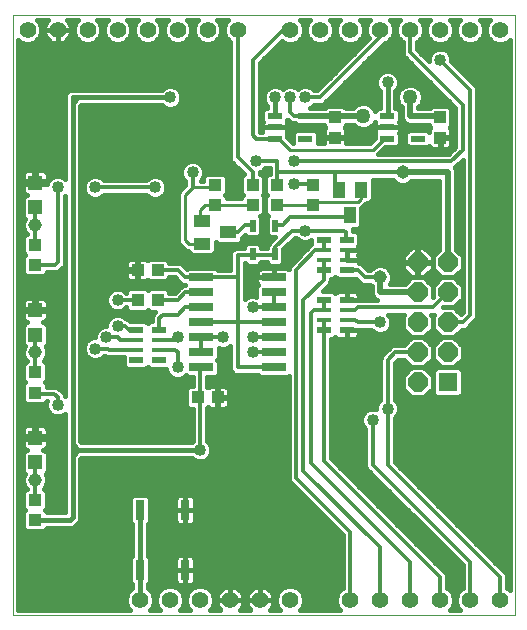
<source format=gtl>
G75*
G70*
%OFA0B0*%
%FSLAX24Y24*%
%IPPOS*%
%LPD*%
%AMOC8*
5,1,8,0,0,1.08239X$1,22.5*
%
%ADD10C,0.0000*%
%ADD11R,0.0433X0.0394*%
%ADD12R,0.0394X0.0433*%
%ADD13R,0.0472X0.0472*%
%ADD14R,0.0800X0.0260*%
%ADD15R,0.0472X0.0217*%
%ADD16R,0.0300X0.0650*%
%ADD17C,0.0555*%
%ADD18R,0.0197X0.0413*%
%ADD19R,0.0551X0.0394*%
%ADD20R,0.0394X0.0551*%
%ADD21R,0.0453X0.0173*%
%ADD22R,0.0453X0.0248*%
%ADD23R,0.0640X0.0640*%
%ADD24OC8,0.0640*%
%ADD25C,0.0160*%
%ADD26C,0.0400*%
%ADD27C,0.0450*%
%ADD28C,0.0120*%
%ADD29C,0.0500*%
%ADD30C,0.0200*%
%ADD31C,0.0100*%
D10*
X009532Y000181D02*
X026282Y000181D01*
X026282Y020181D01*
X009532Y020181D01*
X009532Y000181D01*
D11*
X010282Y003347D03*
X010282Y004016D03*
X015698Y007431D03*
X016367Y007431D03*
X010282Y007597D03*
X010282Y008266D03*
X013698Y011681D03*
X014367Y011681D03*
X016282Y013847D03*
X017532Y013847D03*
X018345Y013847D03*
X019532Y013847D03*
X019532Y014516D03*
X018345Y014516D03*
X017532Y014516D03*
X016282Y014516D03*
X010282Y012516D03*
X010282Y011847D03*
D12*
X013698Y010681D03*
X014367Y010681D03*
X020282Y016097D03*
X020282Y016766D03*
X023782Y016766D03*
X023782Y016097D03*
D13*
X010282Y014595D03*
X010282Y013768D03*
X010282Y010345D03*
X010282Y009518D03*
X010282Y006095D03*
X010282Y005268D03*
D14*
X015822Y008431D03*
X015822Y008931D03*
X015822Y009431D03*
X015822Y009931D03*
X015822Y010431D03*
X015822Y010931D03*
X015822Y011431D03*
X018242Y011431D03*
X018242Y010931D03*
X018242Y010431D03*
X018242Y009931D03*
X018242Y009431D03*
X018242Y008931D03*
X018242Y008431D03*
D15*
X018270Y016057D03*
X018270Y016431D03*
X018270Y016805D03*
X019294Y016805D03*
X019294Y016057D03*
X022020Y016057D03*
X022020Y016431D03*
X022020Y016805D03*
X023044Y016805D03*
X023044Y016057D03*
D16*
X015282Y003681D03*
X013782Y003681D03*
X013782Y001681D03*
X015282Y001681D03*
D17*
X014782Y000681D03*
X013782Y000681D03*
X015782Y000681D03*
X016782Y000681D03*
X017782Y000681D03*
X018782Y000681D03*
X020782Y000681D03*
X021782Y000681D03*
X022782Y000681D03*
X023782Y000681D03*
X024782Y000681D03*
X025782Y000681D03*
X025782Y019681D03*
X024782Y019681D03*
X023782Y019681D03*
X022782Y019681D03*
X021782Y019681D03*
X020782Y019681D03*
X019782Y019681D03*
X018782Y019681D03*
X017032Y019681D03*
X016032Y019681D03*
X015032Y019681D03*
X014032Y019681D03*
X013032Y019681D03*
X012032Y019681D03*
X011032Y019681D03*
X010032Y019681D03*
D18*
X017532Y013154D03*
X018282Y013154D03*
X018282Y012209D03*
X017532Y012209D03*
D19*
X016715Y012931D03*
X015849Y012557D03*
X015849Y013305D03*
D20*
X020408Y014364D03*
X021156Y014364D03*
X020782Y013498D03*
D21*
X020666Y012339D03*
X020666Y012024D03*
X019898Y012024D03*
X019898Y012339D03*
X019898Y010339D03*
X019898Y010024D03*
X020666Y010024D03*
X020666Y010339D03*
X014416Y009339D03*
X014416Y009024D03*
X013648Y009024D03*
X013648Y009339D03*
D22*
X013648Y009691D03*
X014416Y009691D03*
X014416Y008672D03*
X013648Y008672D03*
X019898Y009672D03*
X020666Y009672D03*
X020666Y010691D03*
X019898Y010691D03*
X019898Y011672D03*
X020666Y011672D03*
X020666Y012691D03*
X019898Y012691D03*
D23*
X024032Y007931D03*
D24*
X023032Y007931D03*
X023032Y008931D03*
X024032Y008931D03*
X024032Y009931D03*
X023032Y009931D03*
X023032Y010931D03*
X024032Y010931D03*
X024032Y011931D03*
X023032Y011931D03*
D25*
X023012Y011914D02*
X021072Y011914D01*
X021072Y012024D01*
X021072Y012134D01*
X021060Y012180D01*
X021059Y012181D01*
X021060Y012183D01*
X021072Y012229D01*
X021072Y012339D01*
X021072Y012449D01*
X021063Y012484D01*
X021072Y012493D01*
X021072Y012890D01*
X020967Y012995D01*
X020890Y012995D01*
X020871Y013043D01*
X021054Y013043D01*
X021159Y013148D01*
X021159Y013733D01*
X021262Y013836D01*
X021335Y013909D01*
X021428Y013909D01*
X021533Y014014D01*
X021533Y014691D01*
X022199Y014691D01*
X022303Y014588D01*
X022452Y014526D01*
X022613Y014526D01*
X022762Y014588D01*
X022825Y014651D01*
X023752Y014651D01*
X023752Y012359D01*
X023532Y012139D01*
X023239Y012431D01*
X023052Y012431D01*
X023052Y011952D01*
X023012Y011952D01*
X023012Y012431D01*
X022825Y012431D01*
X022532Y012139D01*
X022532Y011951D01*
X023012Y011951D01*
X023012Y011911D01*
X023052Y011911D01*
X023052Y011431D01*
X023239Y011431D01*
X022825Y011431D01*
X022605Y011211D01*
X022129Y011211D01*
X022187Y011351D01*
X022187Y011512D01*
X022126Y011661D01*
X022012Y011775D01*
X021863Y011836D01*
X021702Y011836D01*
X021553Y011775D01*
X021449Y011671D01*
X021382Y011671D01*
X021178Y011875D01*
X021090Y011912D01*
X021072Y011912D01*
X021072Y011914D01*
X021072Y012024D02*
X020666Y012024D01*
X020666Y012072D01*
X020666Y012072D01*
X020666Y012338D01*
X020666Y012338D01*
X020666Y012291D01*
X020666Y012024D01*
X020666Y012024D01*
X021072Y012024D01*
X021072Y012072D02*
X022532Y012072D01*
X022532Y011911D02*
X022532Y011724D01*
X022825Y011431D01*
X023012Y011431D01*
X023012Y011911D01*
X022532Y011911D01*
X022532Y011755D02*
X022031Y011755D01*
X022152Y011597D02*
X022660Y011597D01*
X022819Y011438D02*
X022187Y011438D01*
X022158Y011279D02*
X022673Y011279D01*
X023012Y011438D02*
X023052Y011438D01*
X023052Y011597D02*
X023012Y011597D01*
X023012Y011755D02*
X023052Y011755D01*
X023052Y011911D02*
X023052Y011951D01*
X023532Y011951D01*
X023532Y012139D01*
X023532Y011724D01*
X023532Y011911D01*
X023052Y011911D01*
X023052Y011914D02*
X023532Y011914D01*
X023532Y012072D02*
X023532Y012072D01*
X023440Y012231D02*
X023624Y012231D01*
X023752Y012389D02*
X023281Y012389D01*
X023052Y012389D02*
X023012Y012389D01*
X023012Y012231D02*
X023052Y012231D01*
X023052Y012072D02*
X023012Y012072D01*
X022783Y012389D02*
X021072Y012389D01*
X021072Y012339D02*
X020666Y012339D01*
X020666Y012339D01*
X021072Y012339D01*
X021072Y012231D02*
X022624Y012231D01*
X023752Y012548D02*
X021072Y012548D01*
X021072Y012706D02*
X023752Y012706D01*
X023752Y012865D02*
X021072Y012865D01*
X020879Y013023D02*
X023752Y013023D01*
X023752Y013182D02*
X021159Y013182D01*
X021159Y013341D02*
X023752Y013341D01*
X023752Y013499D02*
X021159Y013499D01*
X021159Y013658D02*
X023752Y013658D01*
X023752Y013816D02*
X021242Y013816D01*
X021493Y013975D02*
X023752Y013975D01*
X023752Y014133D02*
X021533Y014133D01*
X021533Y014292D02*
X023752Y014292D01*
X023752Y014450D02*
X021533Y014450D01*
X021533Y014609D02*
X022282Y014609D01*
X022782Y014609D02*
X023752Y014609D01*
X024312Y014609D02*
X024542Y014609D01*
X024542Y014767D02*
X024312Y014767D01*
X024312Y014876D02*
X024312Y014987D01*
X024270Y015090D01*
X024267Y015092D01*
X024293Y015103D01*
X024542Y015352D01*
X024542Y010281D01*
X024466Y010205D01*
X024239Y010431D01*
X023872Y010431D01*
X024239Y010431D01*
X024532Y010724D01*
X024532Y011139D01*
X024239Y011431D01*
X023825Y011431D01*
X023532Y011139D01*
X023239Y011431D01*
X023532Y011724D01*
X023825Y011431D01*
X024239Y011431D01*
X024532Y011724D01*
X024532Y012139D01*
X024312Y012359D01*
X024312Y014876D01*
X024312Y014926D02*
X024542Y014926D01*
X024542Y015084D02*
X024272Y015084D01*
X024433Y015243D02*
X024542Y015243D01*
X025022Y015243D02*
X026102Y015243D01*
X026102Y015084D02*
X025022Y015084D01*
X025022Y014926D02*
X026102Y014926D01*
X026102Y014767D02*
X025022Y014767D01*
X025022Y014609D02*
X026102Y014609D01*
X026102Y014450D02*
X025022Y014450D01*
X025022Y014292D02*
X026102Y014292D01*
X026102Y014133D02*
X025022Y014133D01*
X025022Y013975D02*
X026102Y013975D01*
X026102Y013816D02*
X025022Y013816D01*
X025022Y013658D02*
X026102Y013658D01*
X026102Y013499D02*
X025022Y013499D01*
X025022Y013341D02*
X026102Y013341D01*
X026102Y013182D02*
X025022Y013182D01*
X025022Y013023D02*
X026102Y013023D01*
X026102Y012865D02*
X025022Y012865D01*
X025022Y012706D02*
X026102Y012706D01*
X026102Y012548D02*
X025022Y012548D01*
X025022Y012389D02*
X026102Y012389D01*
X026102Y012231D02*
X025022Y012231D01*
X025022Y012072D02*
X026102Y012072D01*
X026102Y011914D02*
X025022Y011914D01*
X025022Y011755D02*
X026102Y011755D01*
X026102Y011597D02*
X025022Y011597D01*
X025022Y011438D02*
X026102Y011438D01*
X026102Y011279D02*
X025022Y011279D01*
X025022Y011121D02*
X026102Y011121D01*
X026102Y010962D02*
X025022Y010962D01*
X025022Y010804D02*
X026102Y010804D01*
X026102Y010645D02*
X025022Y010645D01*
X025022Y010487D02*
X026102Y010487D01*
X026102Y010328D02*
X025022Y010328D01*
X025022Y010170D02*
X026102Y010170D01*
X026102Y010011D02*
X024951Y010011D01*
X024918Y009978D02*
X024986Y010045D01*
X025022Y010134D01*
X025022Y017634D01*
X025022Y017729D01*
X024986Y017817D01*
X024162Y018641D01*
X024162Y018757D01*
X024104Y018897D01*
X023997Y019004D01*
X023858Y019061D01*
X023707Y019061D01*
X023567Y019004D01*
X023460Y018897D01*
X023402Y018757D01*
X023402Y018651D01*
X023022Y019031D01*
X023022Y019286D01*
X023041Y019294D01*
X023170Y019422D01*
X023240Y019590D01*
X023240Y019772D01*
X023170Y019941D01*
X023109Y020001D01*
X023455Y020001D01*
X023394Y019941D01*
X023325Y019772D01*
X023325Y019590D01*
X023394Y019422D01*
X023523Y019294D01*
X023691Y019224D01*
X023873Y019224D01*
X024041Y019294D01*
X024170Y019422D01*
X024240Y019590D01*
X024240Y019772D01*
X024170Y019941D01*
X024109Y020001D01*
X024455Y020001D01*
X024394Y019941D01*
X024325Y019772D01*
X024325Y019590D01*
X024394Y019422D01*
X024523Y019294D01*
X024691Y019224D01*
X024873Y019224D01*
X025041Y019294D01*
X025170Y019422D01*
X025240Y019590D01*
X025240Y019772D01*
X025170Y019941D01*
X025109Y020001D01*
X025455Y020001D01*
X025394Y019941D01*
X025325Y019772D01*
X025325Y019590D01*
X025394Y019422D01*
X025523Y019294D01*
X025691Y019224D01*
X025873Y019224D01*
X026041Y019294D01*
X026102Y019354D01*
X026102Y001008D01*
X026041Y001069D01*
X026022Y001077D01*
X026022Y001479D01*
X025986Y001567D01*
X025918Y001635D01*
X022272Y005281D01*
X022272Y006759D01*
X022354Y006841D01*
X022412Y006981D01*
X022412Y007132D01*
X022354Y007272D01*
X022272Y007354D01*
X022272Y008582D01*
X022382Y008691D01*
X022565Y008691D01*
X022825Y008431D01*
X022532Y008139D01*
X022532Y007724D01*
X022825Y007431D01*
X023239Y007431D01*
X023532Y007724D01*
X023532Y008139D01*
X023239Y008431D01*
X022825Y008431D01*
X023239Y008431D01*
X023532Y008724D01*
X023825Y008431D01*
X024239Y008431D01*
X024532Y008724D01*
X024532Y009139D01*
X024239Y009431D01*
X023825Y009431D01*
X023532Y009139D01*
X023532Y008724D01*
X023532Y009139D01*
X023239Y009431D01*
X022825Y009431D01*
X022565Y009171D01*
X022234Y009171D01*
X022146Y009135D01*
X022079Y009067D01*
X021829Y008817D01*
X021792Y008729D01*
X021792Y008634D01*
X021792Y007354D01*
X021710Y007272D01*
X021652Y007132D01*
X021652Y007043D01*
X021608Y007061D01*
X021457Y007061D01*
X021317Y007004D01*
X021210Y006897D01*
X021152Y006757D01*
X021152Y006606D01*
X021210Y006466D01*
X021292Y006384D01*
X021292Y005229D01*
X021292Y005134D01*
X021329Y005045D01*
X024542Y001832D01*
X024542Y001077D01*
X024523Y001069D01*
X024394Y000941D01*
X024325Y000772D01*
X024325Y000590D01*
X024394Y000422D01*
X024455Y000361D01*
X024109Y000361D01*
X024170Y000422D01*
X024240Y000590D01*
X024240Y000772D01*
X024170Y000941D01*
X024041Y001069D01*
X024022Y001077D01*
X024022Y001479D01*
X023986Y001567D01*
X023918Y001635D01*
X020138Y005415D01*
X020138Y009368D01*
X020199Y009368D01*
X020286Y009454D01*
X020296Y009437D01*
X020329Y009404D01*
X020370Y009380D01*
X020416Y009368D01*
X020666Y009368D01*
X020666Y009671D01*
X020666Y009671D01*
X020666Y009368D01*
X020916Y009368D01*
X020962Y009380D01*
X021003Y009404D01*
X021036Y009437D01*
X021060Y009478D01*
X021072Y009524D01*
X021072Y009671D01*
X020666Y009671D01*
X020666Y009672D01*
X021072Y009672D01*
X021072Y009691D01*
X021080Y009691D01*
X021485Y009691D01*
X021567Y009609D01*
X021707Y009551D01*
X021858Y009551D01*
X021997Y009609D01*
X022104Y009716D01*
X022162Y009856D01*
X022162Y010007D01*
X022104Y010147D01*
X022060Y010191D01*
X022585Y010191D01*
X022532Y010139D01*
X022532Y009724D01*
X022825Y009431D01*
X023239Y009431D01*
X023532Y009724D01*
X023825Y009431D01*
X024239Y009431D01*
X024499Y009691D01*
X024580Y009691D01*
X024668Y009728D01*
X024918Y009978D01*
X024918Y009978D01*
X024793Y009853D02*
X026102Y009853D01*
X026102Y009694D02*
X024586Y009694D01*
X024343Y009535D02*
X026102Y009535D01*
X026102Y009377D02*
X024294Y009377D01*
X024452Y009218D02*
X026102Y009218D01*
X026102Y009060D02*
X024532Y009060D01*
X024532Y008901D02*
X026102Y008901D01*
X026102Y008743D02*
X024532Y008743D01*
X024392Y008584D02*
X026102Y008584D01*
X026102Y008426D02*
X024432Y008426D01*
X024427Y008431D02*
X024532Y008326D01*
X024532Y007537D01*
X024427Y007431D01*
X023638Y007431D01*
X023532Y007537D01*
X023532Y008326D01*
X023638Y008431D01*
X024427Y008431D01*
X024532Y008267D02*
X026102Y008267D01*
X026102Y008109D02*
X024532Y008109D01*
X024532Y007950D02*
X026102Y007950D01*
X026102Y007791D02*
X024532Y007791D01*
X024532Y007633D02*
X026102Y007633D01*
X026102Y007474D02*
X024470Y007474D01*
X023595Y007474D02*
X023282Y007474D01*
X023441Y007633D02*
X023532Y007633D01*
X023532Y007791D02*
X023532Y007791D01*
X023532Y007950D02*
X023532Y007950D01*
X023532Y008109D02*
X023532Y008109D01*
X023532Y008267D02*
X023404Y008267D01*
X023245Y008426D02*
X023632Y008426D01*
X023672Y008584D02*
X023392Y008584D01*
X023532Y008743D02*
X023532Y008743D01*
X023532Y008901D02*
X023532Y008901D01*
X023532Y009060D02*
X023532Y009060D01*
X023452Y009218D02*
X023612Y009218D01*
X023771Y009377D02*
X023294Y009377D01*
X023343Y009535D02*
X023721Y009535D01*
X023562Y009694D02*
X023502Y009694D01*
X023532Y009724D02*
X023532Y010139D01*
X023532Y009724D01*
X023532Y009853D02*
X023532Y009853D01*
X023532Y010011D02*
X023532Y010011D01*
X023532Y010139D02*
X023589Y010195D01*
X023580Y010191D01*
X023484Y010191D01*
X023479Y010191D01*
X023532Y010139D01*
X023501Y010170D02*
X023563Y010170D01*
X023872Y010431D02*
X023872Y010431D01*
X024295Y010487D02*
X024542Y010487D01*
X024542Y010645D02*
X024453Y010645D01*
X024532Y010804D02*
X024542Y010804D01*
X024532Y010962D02*
X024542Y010962D01*
X024532Y011121D02*
X024542Y011121D01*
X024542Y011279D02*
X024391Y011279D01*
X024246Y011438D02*
X024542Y011438D01*
X024542Y011597D02*
X024404Y011597D01*
X024532Y011755D02*
X024542Y011755D01*
X024532Y011914D02*
X024542Y011914D01*
X024532Y012072D02*
X024542Y012072D01*
X024542Y012231D02*
X024440Y012231D01*
X024542Y012389D02*
X024312Y012389D01*
X024312Y012548D02*
X024542Y012548D01*
X024542Y012706D02*
X024312Y012706D01*
X024312Y012865D02*
X024542Y012865D01*
X024542Y013023D02*
X024312Y013023D01*
X024312Y013182D02*
X024542Y013182D01*
X024542Y013341D02*
X024312Y013341D01*
X024312Y013499D02*
X024542Y013499D01*
X024542Y013658D02*
X024312Y013658D01*
X024312Y013816D02*
X024542Y013816D01*
X024542Y013975D02*
X024312Y013975D01*
X024312Y014133D02*
X024542Y014133D01*
X024542Y014292D02*
X024312Y014292D01*
X024312Y014450D02*
X024542Y014450D01*
X025022Y015402D02*
X026102Y015402D01*
X026102Y015560D02*
X025022Y015560D01*
X025022Y015719D02*
X026102Y015719D01*
X026102Y015877D02*
X025022Y015877D01*
X025022Y016036D02*
X026102Y016036D01*
X026102Y016194D02*
X025022Y016194D01*
X025022Y016353D02*
X026102Y016353D01*
X026102Y016511D02*
X025022Y016511D01*
X025022Y016670D02*
X026102Y016670D01*
X026102Y016828D02*
X025022Y016828D01*
X025022Y016987D02*
X026102Y016987D01*
X026102Y017146D02*
X025022Y017146D01*
X025022Y017304D02*
X026102Y017304D01*
X026102Y017463D02*
X025022Y017463D01*
X025022Y017621D02*
X026102Y017621D01*
X026102Y017780D02*
X025001Y017780D01*
X024865Y017938D02*
X026102Y017938D01*
X026102Y018097D02*
X024706Y018097D01*
X024548Y018255D02*
X026102Y018255D01*
X026102Y018414D02*
X024389Y018414D01*
X024231Y018572D02*
X026102Y018572D01*
X026102Y018731D02*
X024162Y018731D01*
X024107Y018890D02*
X026102Y018890D01*
X026102Y019048D02*
X023890Y019048D01*
X023674Y019048D02*
X023022Y019048D01*
X023022Y019207D02*
X026102Y019207D01*
X025451Y019365D02*
X025113Y019365D01*
X025212Y019524D02*
X025352Y019524D01*
X025325Y019682D02*
X025240Y019682D01*
X025211Y019841D02*
X025353Y019841D01*
X025453Y019999D02*
X025111Y019999D01*
X024453Y019999D02*
X024111Y019999D01*
X024211Y019841D02*
X024353Y019841D01*
X024325Y019682D02*
X024240Y019682D01*
X024212Y019524D02*
X024352Y019524D01*
X024451Y019365D02*
X024113Y019365D01*
X023451Y019365D02*
X023113Y019365D01*
X023212Y019524D02*
X023352Y019524D01*
X023325Y019682D02*
X023240Y019682D01*
X023211Y019841D02*
X023353Y019841D01*
X023453Y019999D02*
X023111Y019999D01*
X022455Y020001D02*
X022394Y019941D01*
X022325Y019772D01*
X022325Y019590D01*
X022394Y019422D01*
X022523Y019294D01*
X022542Y019286D01*
X022542Y018979D01*
X022542Y018884D01*
X022579Y018795D01*
X024292Y017082D01*
X024292Y015781D01*
X024058Y015546D01*
X021722Y015546D01*
X021762Y015586D01*
X021945Y015769D01*
X022331Y015769D01*
X022437Y015875D01*
X022437Y016240D01*
X022424Y016253D01*
X022424Y016254D01*
X022437Y016299D01*
X022437Y016431D01*
X022021Y016431D01*
X022021Y016432D01*
X022437Y016432D01*
X022437Y016563D01*
X022424Y016609D01*
X022424Y016610D01*
X022437Y016623D01*
X022437Y016988D01*
X022331Y017094D01*
X022292Y017094D01*
X022292Y017654D01*
X022354Y017716D01*
X022412Y017856D01*
X022412Y018007D01*
X022354Y018147D01*
X022247Y018254D01*
X022108Y018311D01*
X021957Y018311D01*
X021817Y018254D01*
X021710Y018147D01*
X021652Y018007D01*
X021652Y017856D01*
X021710Y017716D01*
X021772Y017654D01*
X021772Y017094D01*
X021710Y017094D01*
X021608Y016992D01*
X021584Y017050D01*
X021463Y017171D01*
X021305Y017236D01*
X021134Y017236D01*
X020976Y017171D01*
X020892Y017086D01*
X020630Y017086D01*
X020554Y017163D01*
X020011Y017163D01*
X019934Y017085D01*
X019613Y017085D01*
X019605Y017094D01*
X019460Y017094D01*
X019497Y017109D01*
X019580Y017191D01*
X019734Y017191D01*
X019830Y017191D01*
X019918Y017228D01*
X021943Y019253D01*
X022041Y019294D01*
X022170Y019422D01*
X022240Y019590D01*
X022240Y019772D01*
X022170Y019941D01*
X022109Y020001D01*
X022455Y020001D01*
X022453Y019999D02*
X022111Y019999D01*
X022211Y019841D02*
X022353Y019841D01*
X022325Y019682D02*
X022240Y019682D01*
X022212Y019524D02*
X022352Y019524D01*
X022451Y019365D02*
X022113Y019365D01*
X021897Y019207D02*
X022542Y019207D01*
X022542Y019048D02*
X021738Y019048D01*
X021580Y018890D02*
X022542Y018890D01*
X022643Y018731D02*
X021421Y018731D01*
X021263Y018572D02*
X022802Y018572D01*
X022960Y018414D02*
X021104Y018414D01*
X020946Y018255D02*
X021821Y018255D01*
X021689Y018097D02*
X020787Y018097D01*
X020628Y017938D02*
X021652Y017938D01*
X021684Y017780D02*
X020470Y017780D01*
X020311Y017621D02*
X021772Y017621D01*
X021772Y017463D02*
X020153Y017463D01*
X019994Y017304D02*
X021772Y017304D01*
X021772Y017146D02*
X021489Y017146D01*
X020951Y017146D02*
X020571Y017146D01*
X019994Y017146D02*
X019534Y017146D01*
X019580Y017671D02*
X019683Y017671D01*
X021414Y019403D01*
X021394Y019422D01*
X021325Y019590D01*
X021325Y019772D01*
X021394Y019941D01*
X021455Y020001D01*
X021109Y020001D01*
X021170Y019941D01*
X021240Y019772D01*
X021240Y019590D01*
X021170Y019422D01*
X021041Y019294D01*
X020873Y019224D01*
X020691Y019224D01*
X020523Y019294D01*
X020394Y019422D01*
X020325Y019590D01*
X020325Y019772D01*
X020394Y019941D01*
X020455Y020001D01*
X020109Y020001D01*
X020170Y019941D01*
X020240Y019772D01*
X020240Y019590D01*
X020170Y019422D01*
X020041Y019294D01*
X019873Y019224D01*
X019691Y019224D01*
X019523Y019294D01*
X019394Y019422D01*
X019325Y019590D01*
X019325Y019772D01*
X019394Y019941D01*
X019455Y020001D01*
X019109Y020001D01*
X019170Y019941D01*
X019240Y019772D01*
X019240Y019590D01*
X019170Y019422D01*
X019041Y019294D01*
X018873Y019224D01*
X018691Y019224D01*
X018523Y019294D01*
X018503Y019313D01*
X017772Y018582D01*
X017772Y016297D01*
X017855Y016297D01*
X017854Y016299D01*
X017854Y016431D01*
X018270Y016431D01*
X018270Y016432D01*
X017854Y016432D01*
X017854Y016563D01*
X017866Y016609D01*
X017867Y016610D01*
X017854Y016623D01*
X017854Y016988D01*
X017960Y017094D01*
X018022Y017094D01*
X018022Y017154D01*
X017960Y017216D01*
X017902Y017356D01*
X017902Y017507D01*
X017960Y017647D01*
X018067Y017754D01*
X018207Y017811D01*
X018358Y017811D01*
X018497Y017754D01*
X018532Y017719D01*
X018567Y017754D01*
X018707Y017811D01*
X018858Y017811D01*
X018997Y017754D01*
X019032Y017719D01*
X019067Y017754D01*
X019207Y017811D01*
X019358Y017811D01*
X019497Y017754D01*
X019580Y017671D01*
X019434Y017780D02*
X019791Y017780D01*
X019950Y017938D02*
X017772Y017938D01*
X017772Y017780D02*
X018130Y017780D01*
X017950Y017621D02*
X017772Y017621D01*
X017772Y017463D02*
X017902Y017463D01*
X017924Y017304D02*
X017772Y017304D01*
X017772Y017146D02*
X018022Y017146D01*
X017854Y016987D02*
X017772Y016987D01*
X017772Y016828D02*
X017854Y016828D01*
X017854Y016670D02*
X017772Y016670D01*
X017772Y016511D02*
X017854Y016511D01*
X017854Y016353D02*
X017772Y016353D01*
X018271Y016431D02*
X018271Y016432D01*
X018687Y016432D01*
X018687Y016563D01*
X018674Y016609D01*
X018674Y016610D01*
X018687Y016623D01*
X018687Y016688D01*
X018772Y016602D01*
X018860Y016565D01*
X018935Y016565D01*
X018983Y016517D01*
X019605Y016517D01*
X019613Y016525D01*
X019905Y016525D01*
X019905Y016475D01*
X019949Y016431D01*
X019941Y016424D01*
X019918Y016383D01*
X019905Y016337D01*
X019905Y016115D01*
X020264Y016115D01*
X020264Y016078D01*
X019905Y016078D01*
X019905Y015911D01*
X019710Y015911D01*
X019710Y016240D01*
X019605Y016346D01*
X018983Y016346D01*
X018878Y016240D01*
X018878Y015911D01*
X018877Y015911D01*
X018687Y016102D01*
X018687Y016240D01*
X018674Y016253D01*
X018674Y016254D01*
X018687Y016299D01*
X018687Y016431D01*
X018271Y016431D01*
X018687Y016353D02*
X019910Y016353D01*
X019905Y016511D02*
X018687Y016511D01*
X018687Y016670D02*
X018704Y016670D01*
X018282Y016806D02*
X018282Y017431D01*
X018434Y017780D02*
X018630Y017780D01*
X018934Y017780D02*
X019130Y017780D01*
X020108Y018097D02*
X017772Y018097D01*
X017772Y018255D02*
X020267Y018255D01*
X020425Y018414D02*
X017772Y018414D01*
X017772Y018572D02*
X020584Y018572D01*
X020742Y018731D02*
X017921Y018731D01*
X018080Y018890D02*
X020901Y018890D01*
X021059Y019048D02*
X018238Y019048D01*
X018397Y019207D02*
X021218Y019207D01*
X021113Y019365D02*
X021377Y019365D01*
X021352Y019524D02*
X021212Y019524D01*
X021240Y019682D02*
X021325Y019682D01*
X021353Y019841D02*
X021211Y019841D01*
X021111Y019999D02*
X021453Y019999D01*
X020453Y019999D02*
X020111Y019999D01*
X020211Y019841D02*
X020353Y019841D01*
X020325Y019682D02*
X020240Y019682D01*
X020212Y019524D02*
X020352Y019524D01*
X020451Y019365D02*
X020113Y019365D01*
X019451Y019365D02*
X019113Y019365D01*
X019212Y019524D02*
X019352Y019524D01*
X019325Y019682D02*
X019240Y019682D01*
X019211Y019841D02*
X019353Y019841D01*
X019453Y019999D02*
X019111Y019999D01*
X016705Y020001D02*
X016644Y019941D01*
X016575Y019772D01*
X016575Y019590D01*
X016644Y019422D01*
X016773Y019294D01*
X016792Y019286D01*
X016792Y015384D01*
X016829Y015295D01*
X016896Y015228D01*
X016896Y015228D01*
X017236Y014888D01*
X017136Y014787D01*
X017136Y014245D01*
X017199Y014181D01*
X017136Y014118D01*
X017136Y014077D01*
X016679Y014077D01*
X016679Y014118D01*
X016615Y014181D01*
X016679Y014245D01*
X016679Y014787D01*
X016573Y014893D01*
X015991Y014893D01*
X015886Y014787D01*
X015886Y014661D01*
X015800Y014661D01*
X015854Y014716D01*
X015912Y014856D01*
X015912Y015007D01*
X015854Y015147D01*
X015747Y015254D01*
X015608Y015311D01*
X015457Y015311D01*
X015317Y015254D01*
X015210Y015147D01*
X015152Y015007D01*
X015152Y014856D01*
X015210Y014716D01*
X015292Y014634D01*
X015292Y014517D01*
X015052Y014277D01*
X015052Y014086D01*
X015052Y012586D01*
X015187Y012451D01*
X015311Y012327D01*
X015394Y012327D01*
X015394Y012286D01*
X015499Y012181D01*
X016199Y012181D01*
X016305Y012286D01*
X016305Y012615D01*
X016365Y012555D01*
X017065Y012555D01*
X017171Y012660D01*
X017171Y012731D01*
X017283Y012843D01*
X017359Y012767D01*
X017705Y012767D01*
X017811Y012873D01*
X017811Y013435D01*
X017776Y013470D01*
X017823Y013470D01*
X017929Y013575D01*
X017929Y014118D01*
X017865Y014181D01*
X017929Y014245D01*
X017929Y014787D01*
X017823Y014893D01*
X017772Y014893D01*
X017772Y014943D01*
X017872Y014984D01*
X017955Y015066D01*
X018105Y015066D01*
X018105Y014979D01*
X018105Y014893D01*
X018054Y014893D01*
X017948Y014787D01*
X017948Y014245D01*
X018011Y014181D01*
X017948Y014118D01*
X017948Y013575D01*
X018046Y013477D01*
X018004Y013435D01*
X018004Y012873D01*
X018109Y012767D01*
X018279Y012767D01*
X018079Y012567D01*
X018077Y012564D01*
X018004Y012490D01*
X018004Y012421D01*
X017811Y012421D01*
X017811Y012490D01*
X017705Y012596D01*
X017359Y012596D01*
X017254Y012490D01*
X017254Y012421D01*
X017080Y012421D01*
X016984Y012421D01*
X016896Y012385D01*
X016829Y012317D01*
X016792Y012229D01*
X016792Y011671D01*
X016367Y011671D01*
X016297Y011741D01*
X015348Y011741D01*
X015330Y011723D01*
X015168Y011885D01*
X015080Y011921D01*
X014984Y011921D01*
X014763Y011921D01*
X014763Y011953D01*
X014658Y012058D01*
X014076Y012058D01*
X014032Y012015D01*
X014025Y012022D01*
X013984Y012046D01*
X013938Y012058D01*
X013716Y012058D01*
X013716Y011700D01*
X013679Y011700D01*
X013679Y012058D01*
X013457Y012058D01*
X013412Y012046D01*
X013370Y012022D01*
X013337Y011989D01*
X013313Y011948D01*
X013301Y011902D01*
X013301Y011700D01*
X013679Y011700D01*
X013679Y011663D01*
X013301Y011663D01*
X013301Y011461D01*
X013313Y011415D01*
X013337Y011374D01*
X013370Y011341D01*
X013412Y011317D01*
X013457Y011305D01*
X013679Y011305D01*
X013679Y011663D01*
X013716Y011663D01*
X013716Y011305D01*
X013938Y011305D01*
X013984Y011317D01*
X014025Y011341D01*
X014032Y011348D01*
X014076Y011305D01*
X014658Y011305D01*
X014763Y011410D01*
X014763Y011441D01*
X014933Y011441D01*
X015079Y011295D01*
X015146Y011228D01*
X015234Y011191D01*
X015278Y011191D01*
X015288Y011181D01*
X015278Y011171D01*
X015234Y011171D01*
X015146Y011135D01*
X014933Y010921D01*
X014744Y010921D01*
X014744Y010972D01*
X014638Y011078D01*
X014095Y011078D01*
X014032Y011015D01*
X013969Y011078D01*
X013426Y011078D01*
X013321Y010972D01*
X013321Y010930D01*
X013247Y011004D01*
X013108Y011061D01*
X012957Y011061D01*
X012817Y011004D01*
X012710Y010897D01*
X012652Y010757D01*
X012652Y010606D01*
X012710Y010466D01*
X012817Y010359D01*
X012957Y010301D01*
X013108Y010301D01*
X013247Y010359D01*
X013321Y010433D01*
X013321Y010390D01*
X013426Y010285D01*
X013969Y010285D01*
X014032Y010348D01*
X014095Y010285D01*
X014296Y010285D01*
X014213Y010201D01*
X014176Y010113D01*
X014176Y010018D01*
X014176Y009995D01*
X014115Y009995D01*
X014032Y009912D01*
X013949Y009995D01*
X013433Y009995D01*
X013418Y010010D01*
X013330Y010046D01*
X013330Y010046D01*
X013247Y010129D01*
X013108Y010186D01*
X012957Y010186D01*
X012817Y010129D01*
X012710Y010022D01*
X012652Y009882D01*
X012652Y009811D01*
X012582Y009811D01*
X012442Y009754D01*
X012335Y009647D01*
X012277Y009507D01*
X012277Y009436D01*
X012207Y009436D01*
X012067Y009379D01*
X011960Y009272D01*
X011902Y009132D01*
X011902Y008981D01*
X011960Y008841D01*
X012067Y008734D01*
X012207Y008676D01*
X012358Y008676D01*
X012497Y008734D01*
X012580Y008816D01*
X012626Y008816D01*
X012704Y008784D01*
X012800Y008784D01*
X013242Y008784D01*
X013242Y008473D01*
X013347Y008368D01*
X013949Y008368D01*
X014032Y008451D01*
X014115Y008368D01*
X014652Y008368D01*
X014652Y008356D01*
X014710Y008216D01*
X014817Y008109D01*
X014957Y008051D01*
X015108Y008051D01*
X015247Y008109D01*
X015304Y008165D01*
X015348Y008121D01*
X015542Y008121D01*
X015542Y007808D01*
X015406Y007808D01*
X015301Y007703D01*
X015301Y007160D01*
X015406Y007055D01*
X015542Y007055D01*
X015542Y005979D01*
X015505Y005941D01*
X011827Y005941D01*
X011792Y005977D01*
X011792Y017136D01*
X011827Y017171D01*
X014505Y017171D01*
X014567Y017109D01*
X014707Y017051D01*
X014858Y017051D01*
X014997Y017109D01*
X015104Y017216D01*
X015162Y017356D01*
X015162Y017507D01*
X015104Y017647D01*
X014997Y017754D01*
X014858Y017811D01*
X014707Y017811D01*
X014567Y017754D01*
X014505Y017691D01*
X011668Y017691D01*
X011480Y017691D01*
X011385Y017652D01*
X011312Y017579D01*
X011272Y017483D01*
X011272Y017380D01*
X011272Y017296D01*
X011272Y017192D01*
X011272Y014729D01*
X011247Y014754D01*
X011108Y014811D01*
X010957Y014811D01*
X010817Y014754D01*
X010710Y014647D01*
X010673Y014557D01*
X010321Y014557D01*
X010321Y014633D01*
X010698Y014633D01*
X010698Y014855D01*
X010686Y014900D01*
X010662Y014942D01*
X010629Y014975D01*
X010588Y014999D01*
X010542Y015011D01*
X010320Y015011D01*
X010320Y014633D01*
X010244Y014633D01*
X010244Y015011D01*
X010022Y015011D01*
X009976Y014999D01*
X009935Y014975D01*
X009902Y014942D01*
X009878Y014900D01*
X009866Y014855D01*
X009866Y014633D01*
X010244Y014633D01*
X010244Y014557D01*
X009866Y014557D01*
X009866Y014335D01*
X009878Y014289D01*
X009902Y014248D01*
X009935Y014215D01*
X009976Y014191D01*
X010001Y014184D01*
X009971Y014184D01*
X009866Y014079D01*
X009866Y013457D01*
X009931Y013392D01*
X009877Y013262D01*
X009877Y013101D01*
X009939Y012952D01*
X009998Y012893D01*
X009991Y012893D01*
X009886Y012787D01*
X009886Y012245D01*
X009949Y012181D01*
X009886Y012118D01*
X009886Y011575D01*
X009991Y011470D01*
X010573Y011470D01*
X010679Y011575D01*
X010679Y011607D01*
X010900Y011607D01*
X010995Y011607D01*
X011084Y011643D01*
X011168Y011728D01*
X011236Y011795D01*
X011272Y011884D01*
X011272Y014134D01*
X011272Y014134D01*
X011272Y007479D01*
X011236Y007567D01*
X011168Y007635D01*
X011043Y007760D01*
X010955Y007796D01*
X010859Y007796D01*
X010679Y007796D01*
X010679Y007868D01*
X010615Y007931D01*
X010679Y007995D01*
X010679Y008537D01*
X010573Y008643D01*
X010566Y008643D01*
X010626Y008702D01*
X010687Y008851D01*
X010687Y009012D01*
X010633Y009142D01*
X010698Y009207D01*
X010698Y009829D01*
X010593Y009934D01*
X010563Y009934D01*
X010588Y009941D01*
X010629Y009965D01*
X010662Y009998D01*
X010686Y010039D01*
X010698Y010085D01*
X010698Y010307D01*
X010321Y010307D01*
X010321Y010383D01*
X010698Y010383D01*
X010698Y010605D01*
X010686Y010650D01*
X010662Y010692D01*
X010629Y010725D01*
X010588Y010749D01*
X010542Y010761D01*
X010320Y010761D01*
X010320Y010383D01*
X010244Y010383D01*
X010244Y010761D01*
X010022Y010761D01*
X009976Y010749D01*
X009935Y010725D01*
X009902Y010692D01*
X009878Y010650D01*
X009866Y010605D01*
X009866Y010383D01*
X010244Y010383D01*
X010244Y010307D01*
X009866Y010307D01*
X009866Y010085D01*
X009878Y010039D01*
X009902Y009998D01*
X009935Y009965D01*
X009976Y009941D01*
X010001Y009934D01*
X009971Y009934D01*
X009866Y009829D01*
X009866Y009207D01*
X009931Y009142D01*
X009877Y009012D01*
X009877Y008851D01*
X009939Y008702D01*
X009998Y008643D01*
X009991Y008643D01*
X009886Y008537D01*
X009886Y007995D01*
X009949Y007931D01*
X009886Y007868D01*
X009886Y007325D01*
X009991Y007220D01*
X010573Y007220D01*
X010670Y007316D01*
X010677Y007316D01*
X010669Y007316D01*
X010677Y007316D02*
X010652Y007257D01*
X010652Y007106D01*
X010710Y006966D01*
X010817Y006859D01*
X010957Y006801D01*
X011108Y006801D01*
X011247Y006859D01*
X011272Y006884D01*
X011272Y005921D01*
X011272Y005817D01*
X011272Y005733D01*
X011272Y005630D01*
X011272Y005546D01*
X011272Y005442D01*
X011272Y003607D01*
X010679Y003607D01*
X010679Y003618D01*
X010615Y003681D01*
X010679Y003745D01*
X010679Y004287D01*
X010573Y004393D01*
X010566Y004393D01*
X010626Y004452D01*
X010687Y004601D01*
X010687Y004762D01*
X010633Y004892D01*
X010698Y004957D01*
X010698Y005579D01*
X010593Y005684D01*
X010563Y005684D01*
X010588Y005691D01*
X010629Y005715D01*
X010662Y005748D01*
X010686Y005789D01*
X010698Y005835D01*
X010698Y006057D01*
X010321Y006057D01*
X010321Y006133D01*
X010698Y006133D01*
X010698Y006355D01*
X010686Y006400D01*
X010662Y006442D01*
X010629Y006475D01*
X010588Y006499D01*
X010542Y006511D01*
X010320Y006511D01*
X010320Y006133D01*
X010244Y006133D01*
X010244Y006511D01*
X010022Y006511D01*
X009976Y006499D01*
X009935Y006475D01*
X009902Y006442D01*
X009878Y006400D01*
X009866Y006355D01*
X009866Y006133D01*
X010244Y006133D01*
X010244Y006057D01*
X009866Y006057D01*
X009866Y005835D01*
X009878Y005789D01*
X009902Y005748D01*
X009935Y005715D01*
X009976Y005691D01*
X010001Y005684D01*
X009971Y005684D01*
X009866Y005579D01*
X009866Y004957D01*
X009931Y004892D01*
X009877Y004762D01*
X009877Y004601D01*
X009939Y004452D01*
X009998Y004393D01*
X009991Y004393D01*
X009886Y004287D01*
X009886Y003745D01*
X009949Y003681D01*
X009886Y003618D01*
X009886Y003075D01*
X009991Y002970D01*
X010573Y002970D01*
X010679Y003075D01*
X010679Y003087D01*
X011396Y003087D01*
X011499Y003087D01*
X011595Y003126D01*
X011679Y003211D01*
X011753Y003284D01*
X011792Y003380D01*
X011792Y005386D01*
X011827Y005421D01*
X015505Y005421D01*
X015567Y005359D01*
X015707Y005301D01*
X015858Y005301D01*
X015997Y005359D01*
X016104Y005466D01*
X016162Y005606D01*
X016162Y005757D01*
X016104Y005897D01*
X016022Y005979D01*
X016022Y007088D01*
X016032Y007098D01*
X016040Y007091D01*
X016081Y007067D01*
X016127Y007055D01*
X016348Y007055D01*
X016348Y007413D01*
X016385Y007413D01*
X016385Y007055D01*
X016607Y007055D01*
X016653Y007067D01*
X016694Y007091D01*
X016727Y007124D01*
X016751Y007165D01*
X016763Y007211D01*
X016763Y007413D01*
X016386Y007413D01*
X016386Y007450D01*
X016763Y007450D01*
X016763Y007652D01*
X016751Y007698D01*
X016727Y007739D01*
X016694Y007772D01*
X016653Y007796D01*
X016607Y007808D01*
X016385Y007808D01*
X016385Y007450D01*
X016348Y007450D01*
X016348Y007808D01*
X016127Y007808D01*
X016081Y007796D01*
X016040Y007772D01*
X016032Y007765D01*
X016022Y007775D01*
X016022Y008121D01*
X016297Y008121D01*
X016402Y008227D01*
X016402Y008636D01*
X016357Y008681D01*
X016402Y008727D01*
X016402Y009074D01*
X016457Y009051D01*
X016608Y009051D01*
X016747Y009109D01*
X016792Y009154D01*
X016792Y008384D01*
X016829Y008295D01*
X016896Y008228D01*
X016984Y008191D01*
X017080Y008191D01*
X017698Y008191D01*
X017768Y008121D01*
X018717Y008121D01*
X018730Y008134D01*
X018730Y004792D01*
X018730Y004696D01*
X018766Y004608D01*
X020542Y002832D01*
X020542Y001077D01*
X020523Y001069D01*
X020394Y000941D01*
X020325Y000772D01*
X020325Y000590D01*
X020394Y000422D01*
X020455Y000361D01*
X019109Y000361D01*
X019170Y000422D01*
X019240Y000590D01*
X019240Y000772D01*
X019170Y000941D01*
X019041Y001069D01*
X018873Y001139D01*
X018691Y001139D01*
X018523Y001069D01*
X018394Y000941D01*
X018325Y000772D01*
X018325Y000590D01*
X018394Y000422D01*
X018455Y000361D01*
X018109Y000361D01*
X018131Y000383D01*
X018173Y000442D01*
X018206Y000506D01*
X018228Y000574D01*
X018240Y000645D01*
X018240Y000681D01*
X017783Y000681D01*
X017783Y000682D01*
X018240Y000682D01*
X018240Y000717D01*
X018228Y000789D01*
X018206Y000857D01*
X018173Y000921D01*
X018131Y000979D01*
X018080Y001030D01*
X018022Y001073D01*
X017958Y001105D01*
X017889Y001128D01*
X017818Y001139D01*
X017782Y001139D01*
X017746Y001139D01*
X017675Y001128D01*
X017607Y001105D01*
X017542Y001073D01*
X017484Y001030D01*
X017433Y000979D01*
X017391Y000921D01*
X017358Y000857D01*
X017336Y000789D01*
X017325Y000717D01*
X017325Y000682D01*
X017782Y000682D01*
X017782Y001139D01*
X017782Y000682D01*
X017782Y000682D01*
X017782Y000681D01*
X017325Y000681D01*
X017325Y000645D01*
X017336Y000574D01*
X017358Y000506D01*
X017391Y000442D01*
X017433Y000383D01*
X017455Y000361D01*
X017109Y000361D01*
X017131Y000383D01*
X017173Y000442D01*
X017206Y000506D01*
X017228Y000574D01*
X017240Y000645D01*
X017240Y000681D01*
X016783Y000681D01*
X016783Y000682D01*
X017240Y000682D01*
X017240Y000717D01*
X017228Y000789D01*
X017206Y000857D01*
X017173Y000921D01*
X017131Y000979D01*
X017080Y001030D01*
X017022Y001073D01*
X016958Y001105D01*
X016889Y001128D01*
X016818Y001139D01*
X016782Y001139D01*
X016746Y001139D01*
X016675Y001128D01*
X016607Y001105D01*
X016542Y001073D01*
X016484Y001030D01*
X016433Y000979D01*
X016391Y000921D01*
X016358Y000857D01*
X016336Y000789D01*
X016325Y000717D01*
X016325Y000682D01*
X016782Y000682D01*
X016782Y001139D01*
X016782Y000682D01*
X016782Y000682D01*
X016782Y000681D01*
X016325Y000681D01*
X016325Y000645D01*
X016336Y000574D01*
X016358Y000506D01*
X016391Y000442D01*
X016433Y000383D01*
X016455Y000361D01*
X016109Y000361D01*
X016170Y000422D01*
X016240Y000590D01*
X016240Y000772D01*
X016170Y000941D01*
X016041Y001069D01*
X015873Y001139D01*
X015691Y001139D01*
X015523Y001069D01*
X015394Y000941D01*
X015325Y000772D01*
X015325Y000590D01*
X015394Y000422D01*
X015455Y000361D01*
X015109Y000361D01*
X015170Y000422D01*
X015240Y000590D01*
X015240Y000772D01*
X015170Y000941D01*
X015041Y001069D01*
X014873Y001139D01*
X014691Y001139D01*
X014523Y001069D01*
X014394Y000941D01*
X014325Y000772D01*
X014325Y000590D01*
X014394Y000422D01*
X014455Y000361D01*
X014109Y000361D01*
X014170Y000422D01*
X014240Y000590D01*
X014240Y000772D01*
X014170Y000941D01*
X014042Y001068D01*
X014042Y001212D01*
X014112Y001282D01*
X014112Y002081D01*
X014042Y002151D01*
X014042Y003212D01*
X014112Y003282D01*
X014112Y004081D01*
X014007Y004186D01*
X013558Y004186D01*
X013452Y004081D01*
X013452Y003282D01*
X013522Y003212D01*
X013522Y002151D01*
X013452Y002081D01*
X013452Y001282D01*
X013522Y001212D01*
X013522Y001068D01*
X013394Y000941D01*
X013325Y000772D01*
X013325Y000590D01*
X013394Y000422D01*
X013455Y000361D01*
X009712Y000361D01*
X009712Y019354D01*
X009773Y019294D01*
X009941Y019224D01*
X010123Y019224D01*
X010291Y019294D01*
X010420Y019422D01*
X010490Y019590D01*
X010490Y019772D01*
X010420Y019941D01*
X010359Y020001D01*
X010705Y020001D01*
X010683Y019979D01*
X010641Y019921D01*
X010608Y019857D01*
X010586Y019789D01*
X010575Y019717D01*
X010575Y019682D01*
X010490Y019682D01*
X010575Y019681D02*
X010575Y019645D01*
X010586Y019574D01*
X010608Y019506D01*
X010641Y019442D01*
X010683Y019383D01*
X010734Y019332D01*
X010792Y019290D01*
X010857Y019257D01*
X010925Y019235D01*
X010996Y019224D01*
X011032Y019224D01*
X011032Y019681D01*
X011032Y019681D01*
X010575Y019681D01*
X010575Y019682D02*
X011032Y019682D01*
X011032Y019681D01*
X011032Y019224D01*
X011068Y019224D01*
X011139Y019235D01*
X011208Y019257D01*
X011272Y019290D01*
X011330Y019332D01*
X011381Y019383D01*
X011423Y019442D01*
X011456Y019506D01*
X011478Y019574D01*
X011490Y019645D01*
X011490Y019681D01*
X011033Y019681D01*
X011033Y019682D01*
X011490Y019682D01*
X011575Y019682D01*
X011490Y019682D02*
X011490Y019717D01*
X011478Y019789D01*
X011456Y019857D01*
X011423Y019921D01*
X011381Y019979D01*
X011359Y020001D01*
X011705Y020001D01*
X011644Y019941D01*
X011575Y019772D01*
X011575Y019590D01*
X011644Y019422D01*
X011773Y019294D01*
X011941Y019224D01*
X012123Y019224D01*
X012291Y019294D01*
X012420Y019422D01*
X012490Y019590D01*
X012490Y019772D01*
X012420Y019941D01*
X012359Y020001D01*
X012705Y020001D01*
X012644Y019941D01*
X012575Y019772D01*
X012575Y019590D01*
X012644Y019422D01*
X012773Y019294D01*
X012941Y019224D01*
X013123Y019224D01*
X013291Y019294D01*
X013420Y019422D01*
X013490Y019590D01*
X013490Y019772D01*
X013420Y019941D01*
X013359Y020001D01*
X013705Y020001D01*
X013644Y019941D01*
X013575Y019772D01*
X013575Y019590D01*
X013644Y019422D01*
X013773Y019294D01*
X013941Y019224D01*
X014123Y019224D01*
X014291Y019294D01*
X014420Y019422D01*
X014490Y019590D01*
X014490Y019772D01*
X014420Y019941D01*
X014359Y020001D01*
X014705Y020001D01*
X014644Y019941D01*
X014575Y019772D01*
X014575Y019590D01*
X014644Y019422D01*
X014773Y019294D01*
X014941Y019224D01*
X015123Y019224D01*
X015291Y019294D01*
X015420Y019422D01*
X015490Y019590D01*
X015490Y019772D01*
X015420Y019941D01*
X015359Y020001D01*
X015705Y020001D01*
X015644Y019941D01*
X015575Y019772D01*
X015575Y019590D01*
X015644Y019422D01*
X015773Y019294D01*
X015941Y019224D01*
X016123Y019224D01*
X016291Y019294D01*
X016420Y019422D01*
X016490Y019590D01*
X016490Y019772D01*
X016420Y019941D01*
X016359Y020001D01*
X016705Y020001D01*
X016703Y019999D02*
X016361Y019999D01*
X016461Y019841D02*
X016603Y019841D01*
X016575Y019682D02*
X016490Y019682D01*
X016462Y019524D02*
X016602Y019524D01*
X016701Y019365D02*
X016363Y019365D01*
X016792Y019207D02*
X009712Y019207D01*
X009712Y019048D02*
X016792Y019048D01*
X016792Y018890D02*
X009712Y018890D01*
X009712Y018731D02*
X016792Y018731D01*
X016792Y018572D02*
X009712Y018572D01*
X009712Y018414D02*
X016792Y018414D01*
X016792Y018255D02*
X009712Y018255D01*
X009712Y018097D02*
X016792Y018097D01*
X016792Y017938D02*
X009712Y017938D01*
X009712Y017780D02*
X014630Y017780D01*
X014934Y017780D02*
X016792Y017780D01*
X016792Y017621D02*
X015115Y017621D01*
X015162Y017463D02*
X016792Y017463D01*
X016792Y017304D02*
X015141Y017304D01*
X015034Y017146D02*
X016792Y017146D01*
X016792Y016987D02*
X011792Y016987D01*
X011792Y016828D02*
X016792Y016828D01*
X016792Y016670D02*
X011792Y016670D01*
X011792Y016511D02*
X016792Y016511D01*
X016792Y016353D02*
X011792Y016353D01*
X011792Y016194D02*
X016792Y016194D01*
X016792Y016036D02*
X011792Y016036D01*
X011792Y015877D02*
X016792Y015877D01*
X016792Y015719D02*
X011792Y015719D01*
X011792Y015560D02*
X016792Y015560D01*
X016792Y015402D02*
X011792Y015402D01*
X011792Y015243D02*
X015306Y015243D01*
X015184Y015084D02*
X011792Y015084D01*
X011792Y014926D02*
X015152Y014926D01*
X015189Y014767D02*
X014464Y014767D01*
X014497Y014754D02*
X014358Y014811D01*
X014207Y014811D01*
X014067Y014754D01*
X013985Y014671D01*
X012580Y014671D01*
X012497Y014754D01*
X012358Y014811D01*
X012207Y014811D01*
X012067Y014754D01*
X011960Y014647D01*
X011902Y014507D01*
X011902Y014356D01*
X011960Y014216D01*
X012067Y014109D01*
X012207Y014051D01*
X012358Y014051D01*
X012497Y014109D01*
X012580Y014191D01*
X013985Y014191D01*
X014067Y014109D01*
X014207Y014051D01*
X014358Y014051D01*
X014497Y014109D01*
X014604Y014216D01*
X014662Y014356D01*
X014662Y014507D01*
X014604Y014647D01*
X014497Y014754D01*
X014620Y014609D02*
X015292Y014609D01*
X015226Y014450D02*
X014662Y014450D01*
X014636Y014292D02*
X015067Y014292D01*
X015052Y014133D02*
X014521Y014133D01*
X014043Y014133D02*
X012521Y014133D01*
X012043Y014133D02*
X011792Y014133D01*
X011792Y013975D02*
X015052Y013975D01*
X015052Y013816D02*
X011792Y013816D01*
X011792Y013658D02*
X015052Y013658D01*
X015052Y013499D02*
X011792Y013499D01*
X011792Y013341D02*
X015052Y013341D01*
X015052Y013182D02*
X011792Y013182D01*
X011792Y013023D02*
X015052Y013023D01*
X015052Y012865D02*
X011792Y012865D01*
X011792Y012706D02*
X015052Y012706D01*
X015091Y012548D02*
X011792Y012548D01*
X011792Y012389D02*
X015249Y012389D01*
X015449Y012231D02*
X011792Y012231D01*
X011792Y012072D02*
X016792Y012072D01*
X016792Y011914D02*
X015099Y011914D01*
X015298Y011755D02*
X016792Y011755D01*
X017272Y011755D02*
X018740Y011755D01*
X018730Y011729D02*
X018730Y011719D01*
X018712Y011729D01*
X018666Y011741D01*
X018242Y011741D01*
X017818Y011741D01*
X017773Y011729D01*
X017732Y011705D01*
X017698Y011672D01*
X017674Y011631D01*
X017662Y011585D01*
X017662Y011432D01*
X018242Y011432D01*
X018242Y011741D01*
X018242Y011432D01*
X018242Y011432D01*
X018242Y011431D01*
X017662Y011431D01*
X017662Y011278D01*
X017674Y011232D01*
X017698Y011191D01*
X017708Y011181D01*
X017662Y011136D01*
X017662Y010789D01*
X017608Y010811D01*
X017457Y010811D01*
X017317Y010754D01*
X017272Y010709D01*
X017272Y011384D01*
X017272Y011909D01*
X017359Y011822D01*
X017705Y011822D01*
X017811Y011928D01*
X017811Y011941D01*
X018004Y011941D01*
X018004Y011928D01*
X018109Y011822D01*
X018455Y011822D01*
X018561Y011928D01*
X018561Y012370D01*
X018944Y012754D01*
X018985Y012754D01*
X019067Y012672D01*
X019207Y012614D01*
X019358Y012614D01*
X019492Y012670D01*
X019492Y012543D01*
X019491Y012542D01*
X019424Y012475D01*
X018834Y011885D01*
X018834Y011885D01*
X018766Y011817D01*
X018730Y011729D01*
X018863Y011914D02*
X018546Y011914D01*
X018561Y012072D02*
X019021Y012072D01*
X019180Y012231D02*
X018561Y012231D01*
X018579Y012389D02*
X019338Y012389D01*
X019424Y012475D02*
X019424Y012475D01*
X019492Y012548D02*
X018738Y012548D01*
X018897Y012706D02*
X019032Y012706D01*
X018218Y012706D02*
X017171Y012706D01*
X017311Y012548D02*
X016305Y012548D01*
X016305Y012389D02*
X016907Y012389D01*
X016793Y012231D02*
X016249Y012231D01*
X017272Y011597D02*
X017665Y011597D01*
X017662Y011438D02*
X017272Y011438D01*
X017272Y011279D02*
X017662Y011279D01*
X017662Y011121D02*
X017272Y011121D01*
X017272Y010962D02*
X017662Y010962D01*
X017662Y010804D02*
X017626Y010804D01*
X017438Y010804D02*
X017272Y010804D01*
X018242Y011438D02*
X018242Y011438D01*
X018242Y011597D02*
X018242Y011597D01*
X018018Y011914D02*
X017796Y011914D01*
X017753Y012548D02*
X018061Y012548D01*
X018011Y012865D02*
X017803Y012865D01*
X017811Y013023D02*
X018004Y013023D01*
X018004Y013182D02*
X017811Y013182D01*
X017811Y013341D02*
X018004Y013341D01*
X018024Y013499D02*
X017852Y013499D01*
X017929Y013658D02*
X017948Y013658D01*
X017948Y013816D02*
X017929Y013816D01*
X017929Y013975D02*
X017948Y013975D01*
X017963Y014133D02*
X017914Y014133D01*
X017929Y014292D02*
X017948Y014292D01*
X017948Y014450D02*
X017929Y014450D01*
X017929Y014609D02*
X017948Y014609D01*
X017948Y014767D02*
X017929Y014767D01*
X017772Y014926D02*
X018105Y014926D01*
X017198Y014926D02*
X015912Y014926D01*
X015886Y014767D02*
X015876Y014767D01*
X015880Y015084D02*
X017040Y015084D01*
X016881Y015243D02*
X015758Y015243D01*
X016679Y014767D02*
X017136Y014767D01*
X017136Y014609D02*
X016679Y014609D01*
X016679Y014450D02*
X017136Y014450D01*
X017136Y014292D02*
X016679Y014292D01*
X016664Y014133D02*
X017151Y014133D01*
X014100Y014767D02*
X012464Y014767D01*
X012100Y014767D02*
X011792Y014767D01*
X011792Y014609D02*
X011944Y014609D01*
X011902Y014450D02*
X011792Y014450D01*
X011792Y014292D02*
X011929Y014292D01*
X011272Y014133D02*
X011272Y014133D01*
X011272Y013975D02*
X011272Y013975D01*
X011272Y013816D02*
X011272Y013816D01*
X011272Y013658D02*
X011272Y013658D01*
X011272Y013499D02*
X011272Y013499D01*
X011272Y013341D02*
X011272Y013341D01*
X011272Y013182D02*
X011272Y013182D01*
X011272Y013023D02*
X011272Y013023D01*
X011272Y012865D02*
X011272Y012865D01*
X011272Y012706D02*
X011272Y012706D01*
X011272Y012548D02*
X011272Y012548D01*
X011272Y012389D02*
X011272Y012389D01*
X011272Y012231D02*
X011272Y012231D01*
X011272Y012072D02*
X011272Y012072D01*
X011272Y011914D02*
X011272Y011914D01*
X011272Y011755D02*
X011195Y011755D01*
X011272Y011597D02*
X010679Y011597D01*
X010282Y011806D02*
X010282Y011847D01*
X009886Y011914D02*
X009712Y011914D01*
X009712Y012072D02*
X009886Y012072D01*
X009900Y012231D02*
X009712Y012231D01*
X009712Y012389D02*
X009886Y012389D01*
X009886Y012548D02*
X009712Y012548D01*
X009712Y012706D02*
X009886Y012706D01*
X009963Y012865D02*
X009712Y012865D01*
X009712Y013023D02*
X009909Y013023D01*
X009877Y013182D02*
X009712Y013182D01*
X009712Y013341D02*
X009910Y013341D01*
X009866Y013499D02*
X009712Y013499D01*
X009712Y013658D02*
X009866Y013658D01*
X009866Y013816D02*
X009712Y013816D01*
X009712Y013975D02*
X009866Y013975D01*
X009920Y014133D02*
X009712Y014133D01*
X009712Y014292D02*
X009878Y014292D01*
X009866Y014450D02*
X009712Y014450D01*
X009712Y014609D02*
X010244Y014609D01*
X010321Y014609D02*
X010694Y014609D01*
X010698Y014767D02*
X010850Y014767D01*
X010671Y014926D02*
X011272Y014926D01*
X011272Y015084D02*
X009712Y015084D01*
X009712Y014926D02*
X009893Y014926D01*
X009866Y014767D02*
X009712Y014767D01*
X010244Y014767D02*
X010320Y014767D01*
X010320Y014926D02*
X010244Y014926D01*
X009712Y015243D02*
X011272Y015243D01*
X011272Y015402D02*
X009712Y015402D01*
X009712Y015560D02*
X011272Y015560D01*
X011272Y015719D02*
X009712Y015719D01*
X009712Y015877D02*
X011272Y015877D01*
X011272Y016036D02*
X009712Y016036D01*
X009712Y016194D02*
X011272Y016194D01*
X011272Y016353D02*
X009712Y016353D01*
X009712Y016511D02*
X011272Y016511D01*
X011272Y016670D02*
X009712Y016670D01*
X009712Y016828D02*
X011272Y016828D01*
X011272Y016987D02*
X009712Y016987D01*
X009712Y017146D02*
X011272Y017146D01*
X011272Y017304D02*
X009712Y017304D01*
X009712Y017463D02*
X011272Y017463D01*
X011354Y017621D02*
X009712Y017621D01*
X011532Y017431D02*
X011532Y017244D01*
X011532Y017244D01*
X011532Y005869D01*
X011720Y005681D01*
X011532Y005494D01*
X011532Y005869D01*
X011532Y005681D02*
X011720Y005681D01*
X011720Y005681D01*
X015782Y005681D01*
X015513Y005413D02*
X011819Y005413D01*
X011792Y005255D02*
X018730Y005255D01*
X018730Y005413D02*
X016052Y005413D01*
X016148Y005572D02*
X018730Y005572D01*
X018730Y005730D02*
X016162Y005730D01*
X016108Y005889D02*
X018730Y005889D01*
X018730Y006048D02*
X016022Y006048D01*
X016022Y006206D02*
X018730Y006206D01*
X018730Y006365D02*
X016022Y006365D01*
X016022Y006523D02*
X018730Y006523D01*
X018730Y006682D02*
X016022Y006682D01*
X016022Y006840D02*
X018730Y006840D01*
X018730Y006999D02*
X016022Y006999D01*
X016348Y007157D02*
X016385Y007157D01*
X016385Y007316D02*
X016348Y007316D01*
X016348Y007474D02*
X016385Y007474D01*
X016385Y007633D02*
X016348Y007633D01*
X016348Y007791D02*
X016385Y007791D01*
X016661Y007791D02*
X018730Y007791D01*
X018730Y007633D02*
X016763Y007633D01*
X016763Y007474D02*
X018730Y007474D01*
X018730Y007316D02*
X016763Y007316D01*
X016747Y007157D02*
X018730Y007157D01*
X018730Y007950D02*
X016022Y007950D01*
X016022Y007791D02*
X016073Y007791D01*
X016022Y008109D02*
X018730Y008109D01*
X020138Y008109D02*
X021792Y008109D01*
X021792Y008267D02*
X020138Y008267D01*
X020138Y008426D02*
X021792Y008426D01*
X021792Y008584D02*
X020138Y008584D01*
X020138Y008743D02*
X021798Y008743D01*
X021913Y008901D02*
X020138Y008901D01*
X020138Y009060D02*
X022071Y009060D01*
X022274Y008584D02*
X022672Y008584D01*
X022819Y008426D02*
X022272Y008426D01*
X022272Y008267D02*
X022661Y008267D01*
X022532Y008109D02*
X022272Y008109D01*
X022272Y007950D02*
X022532Y007950D01*
X022532Y007791D02*
X022272Y007791D01*
X022272Y007633D02*
X022624Y007633D01*
X022782Y007474D02*
X022272Y007474D01*
X022310Y007316D02*
X026102Y007316D01*
X026102Y007157D02*
X022402Y007157D01*
X022412Y006999D02*
X026102Y006999D01*
X026102Y006840D02*
X022353Y006840D01*
X022272Y006682D02*
X026102Y006682D01*
X026102Y006523D02*
X022272Y006523D01*
X022272Y006365D02*
X026102Y006365D01*
X026102Y006206D02*
X022272Y006206D01*
X022272Y006048D02*
X026102Y006048D01*
X026102Y005889D02*
X022272Y005889D01*
X022272Y005730D02*
X026102Y005730D01*
X026102Y005572D02*
X022272Y005572D01*
X022272Y005413D02*
X026102Y005413D01*
X026102Y005255D02*
X022298Y005255D01*
X022457Y005096D02*
X026102Y005096D01*
X026102Y004938D02*
X022615Y004938D01*
X022774Y004779D02*
X026102Y004779D01*
X026102Y004621D02*
X022932Y004621D01*
X023091Y004462D02*
X026102Y004462D01*
X026102Y004304D02*
X023249Y004304D01*
X023408Y004145D02*
X026102Y004145D01*
X026102Y003986D02*
X023567Y003986D01*
X023725Y003828D02*
X026102Y003828D01*
X026102Y003669D02*
X023884Y003669D01*
X024042Y003511D02*
X026102Y003511D01*
X026102Y003352D02*
X024201Y003352D01*
X024359Y003194D02*
X026102Y003194D01*
X026102Y003035D02*
X024518Y003035D01*
X024676Y002877D02*
X026102Y002877D01*
X026102Y002718D02*
X024835Y002718D01*
X024993Y002560D02*
X026102Y002560D01*
X026102Y002401D02*
X025152Y002401D01*
X025311Y002242D02*
X026102Y002242D01*
X026102Y002084D02*
X025469Y002084D01*
X025628Y001925D02*
X026102Y001925D01*
X026102Y001767D02*
X025786Y001767D01*
X025945Y001608D02*
X026102Y001608D01*
X026102Y001450D02*
X026022Y001450D01*
X026022Y001291D02*
X026102Y001291D01*
X026102Y001133D02*
X026022Y001133D01*
X024542Y001133D02*
X024022Y001133D01*
X024022Y001291D02*
X024542Y001291D01*
X024542Y001450D02*
X024022Y001450D01*
X023945Y001608D02*
X024542Y001608D01*
X024542Y001767D02*
X023786Y001767D01*
X023628Y001925D02*
X024449Y001925D01*
X024290Y002084D02*
X023469Y002084D01*
X023311Y002242D02*
X024132Y002242D01*
X023973Y002401D02*
X023152Y002401D01*
X022993Y002560D02*
X023815Y002560D01*
X023656Y002718D02*
X022835Y002718D01*
X022676Y002877D02*
X023498Y002877D01*
X023339Y003035D02*
X022518Y003035D01*
X022359Y003194D02*
X023180Y003194D01*
X023022Y003352D02*
X022201Y003352D01*
X022042Y003511D02*
X022863Y003511D01*
X022705Y003669D02*
X021884Y003669D01*
X021725Y003828D02*
X022546Y003828D01*
X022388Y003986D02*
X021567Y003986D01*
X021408Y004145D02*
X022229Y004145D01*
X022071Y004304D02*
X021249Y004304D01*
X021091Y004462D02*
X021912Y004462D01*
X021754Y004621D02*
X020932Y004621D01*
X020774Y004779D02*
X021595Y004779D01*
X021436Y004938D02*
X020615Y004938D01*
X020457Y005096D02*
X021308Y005096D01*
X021292Y005255D02*
X020298Y005255D01*
X020140Y005413D02*
X021292Y005413D01*
X021292Y005572D02*
X020138Y005572D01*
X020138Y005730D02*
X021292Y005730D01*
X021292Y005889D02*
X020138Y005889D01*
X020138Y006048D02*
X021292Y006048D01*
X021292Y006206D02*
X020138Y006206D01*
X020138Y006365D02*
X021292Y006365D01*
X021186Y006523D02*
X020138Y006523D01*
X020138Y006682D02*
X021152Y006682D01*
X021187Y006840D02*
X020138Y006840D01*
X020138Y006999D02*
X021312Y006999D01*
X021663Y007157D02*
X020138Y007157D01*
X020138Y007316D02*
X021754Y007316D01*
X021792Y007474D02*
X020138Y007474D01*
X020138Y007633D02*
X021792Y007633D01*
X021792Y007791D02*
X020138Y007791D01*
X020138Y007950D02*
X021792Y007950D01*
X022612Y009218D02*
X020138Y009218D01*
X020209Y009377D02*
X020381Y009377D01*
X020666Y009377D02*
X020666Y009377D01*
X020666Y009535D02*
X020666Y009535D01*
X020951Y009377D02*
X022771Y009377D01*
X022721Y009535D02*
X021072Y009535D01*
X022082Y009694D02*
X022562Y009694D01*
X022532Y009853D02*
X022161Y009853D01*
X022160Y010011D02*
X022532Y010011D01*
X022563Y010170D02*
X022081Y010170D01*
X021678Y010671D02*
X021072Y010671D01*
X021072Y010691D01*
X020666Y010691D01*
X020666Y010691D01*
X021072Y010691D01*
X021072Y010839D01*
X021060Y010885D01*
X021036Y010926D01*
X021003Y010959D01*
X020962Y010983D01*
X020916Y010995D01*
X020666Y010995D01*
X020416Y010995D01*
X020370Y010983D01*
X020329Y010959D01*
X020296Y010926D01*
X020286Y010909D01*
X020199Y010995D01*
X019873Y010995D01*
X020102Y011224D01*
X020138Y011312D01*
X020138Y011368D01*
X020199Y011368D01*
X020282Y011451D01*
X020365Y011368D01*
X020967Y011368D01*
X020987Y011387D01*
X021079Y011295D01*
X021146Y011228D01*
X021234Y011191D01*
X021449Y011191D01*
X021502Y011139D01*
X021502Y010876D01*
X021545Y010773D01*
X021624Y010694D01*
X021678Y010671D01*
X021532Y010804D02*
X021072Y010804D01*
X020998Y010962D02*
X021502Y010962D01*
X021502Y011121D02*
X019999Y011121D01*
X020125Y011279D02*
X021095Y011279D01*
X020666Y010995D02*
X020666Y010692D01*
X020666Y010995D01*
X020666Y010962D02*
X020666Y010962D01*
X020666Y010804D02*
X020666Y010804D01*
X020666Y010692D02*
X020666Y010692D01*
X020334Y010962D02*
X020232Y010962D01*
X020270Y011438D02*
X020295Y011438D01*
X020666Y012024D02*
X020666Y012024D01*
X020666Y012231D02*
X020666Y012231D01*
X021298Y011755D02*
X021533Y011755D01*
X023246Y011438D02*
X023819Y011438D01*
X023673Y011279D02*
X023391Y011279D01*
X023532Y011139D02*
X023532Y010771D01*
X023532Y010771D01*
X023532Y011139D01*
X023532Y011121D02*
X023532Y011121D01*
X023532Y010962D02*
X023532Y010962D01*
X023532Y010804D02*
X023532Y010804D01*
X023404Y011597D02*
X023660Y011597D01*
X023532Y011755D02*
X023532Y011755D01*
X024342Y010328D02*
X024542Y010328D01*
X016792Y009060D02*
X016628Y009060D01*
X016436Y009060D02*
X016402Y009060D01*
X016402Y008901D02*
X016792Y008901D01*
X016792Y008743D02*
X016402Y008743D01*
X016402Y008584D02*
X016792Y008584D01*
X016792Y008426D02*
X016402Y008426D01*
X016402Y008267D02*
X016857Y008267D01*
X015542Y008109D02*
X015246Y008109D01*
X015542Y007950D02*
X011792Y007950D01*
X011792Y007791D02*
X015390Y007791D01*
X015301Y007633D02*
X011792Y007633D01*
X011792Y007474D02*
X015301Y007474D01*
X015301Y007316D02*
X011792Y007316D01*
X011792Y007157D02*
X015304Y007157D01*
X015542Y006999D02*
X011792Y006999D01*
X011792Y006840D02*
X015542Y006840D01*
X015542Y006682D02*
X011792Y006682D01*
X011792Y006523D02*
X015542Y006523D01*
X015542Y006365D02*
X011792Y006365D01*
X011792Y006206D02*
X015542Y006206D01*
X015542Y006048D02*
X011792Y006048D01*
X011272Y006048D02*
X010698Y006048D01*
X010698Y006206D02*
X011272Y006206D01*
X011272Y006365D02*
X010696Y006365D01*
X010320Y006365D02*
X010244Y006365D01*
X010244Y006206D02*
X010320Y006206D01*
X009866Y006206D02*
X009712Y006206D01*
X009712Y006048D02*
X009866Y006048D01*
X009866Y005889D02*
X009712Y005889D01*
X009712Y005730D02*
X009920Y005730D01*
X009866Y005572D02*
X009712Y005572D01*
X009712Y005413D02*
X009866Y005413D01*
X009866Y005255D02*
X009712Y005255D01*
X009712Y005096D02*
X009866Y005096D01*
X009886Y004938D02*
X009712Y004938D01*
X009712Y004779D02*
X009884Y004779D01*
X009877Y004621D02*
X009712Y004621D01*
X009712Y004462D02*
X009935Y004462D01*
X009902Y004304D02*
X009712Y004304D01*
X009712Y004145D02*
X009886Y004145D01*
X009886Y003986D02*
X009712Y003986D01*
X009712Y003828D02*
X009886Y003828D01*
X009937Y003669D02*
X009712Y003669D01*
X009712Y003511D02*
X009886Y003511D01*
X009886Y003352D02*
X009712Y003352D01*
X009712Y003194D02*
X009886Y003194D01*
X009926Y003035D02*
X009712Y003035D01*
X009712Y002877D02*
X013522Y002877D01*
X013522Y003035D02*
X010639Y003035D01*
X010282Y003347D02*
X011448Y003347D01*
X011532Y003431D01*
X011532Y005494D01*
X011272Y005572D02*
X010698Y005572D01*
X010698Y005413D02*
X011272Y005413D01*
X011272Y005255D02*
X010698Y005255D01*
X010698Y005096D02*
X011272Y005096D01*
X011272Y004938D02*
X010679Y004938D01*
X010680Y004779D02*
X011272Y004779D01*
X011272Y004621D02*
X010687Y004621D01*
X010630Y004462D02*
X011272Y004462D01*
X011272Y004304D02*
X010663Y004304D01*
X010679Y004145D02*
X011272Y004145D01*
X011272Y003986D02*
X010679Y003986D01*
X010679Y003828D02*
X011272Y003828D01*
X011272Y003669D02*
X010627Y003669D01*
X011662Y003194D02*
X013522Y003194D01*
X013452Y003352D02*
X011781Y003352D01*
X011792Y003511D02*
X013452Y003511D01*
X013452Y003669D02*
X011792Y003669D01*
X011792Y003828D02*
X013452Y003828D01*
X013452Y003986D02*
X011792Y003986D01*
X011792Y004145D02*
X013516Y004145D01*
X014048Y004145D02*
X015016Y004145D01*
X015022Y004150D02*
X014988Y004117D01*
X014964Y004076D01*
X014952Y004030D01*
X014952Y003682D01*
X015282Y003682D01*
X015282Y004186D01*
X015108Y004186D01*
X015063Y004174D01*
X015022Y004150D01*
X014952Y003986D02*
X014112Y003986D01*
X014112Y003828D02*
X014952Y003828D01*
X014952Y003681D02*
X014952Y003333D01*
X014964Y003287D01*
X014988Y003246D01*
X015022Y003212D01*
X015063Y003189D01*
X015108Y003176D01*
X015282Y003176D01*
X015282Y003681D01*
X015282Y003681D01*
X014952Y003681D01*
X014952Y003669D02*
X014112Y003669D01*
X014112Y003511D02*
X014952Y003511D01*
X014952Y003352D02*
X014112Y003352D01*
X014042Y003194D02*
X015054Y003194D01*
X015282Y003194D02*
X015282Y003194D01*
X015282Y003176D02*
X015456Y003176D01*
X015502Y003189D01*
X015543Y003212D01*
X015576Y003246D01*
X015600Y003287D01*
X015612Y003333D01*
X015612Y003681D01*
X015283Y003681D01*
X015283Y003682D01*
X015612Y003682D01*
X015612Y004030D01*
X015600Y004076D01*
X015576Y004117D01*
X015543Y004150D01*
X015502Y004174D01*
X015456Y004186D01*
X015282Y004186D01*
X015282Y003682D01*
X015282Y003682D01*
X015282Y003681D01*
X015282Y003176D01*
X015282Y003352D02*
X015282Y003352D01*
X015282Y003511D02*
X015282Y003511D01*
X015282Y003669D02*
X015282Y003669D01*
X015282Y003828D02*
X015282Y003828D01*
X015282Y003986D02*
X015282Y003986D01*
X015282Y004145D02*
X015282Y004145D01*
X015548Y004145D02*
X019229Y004145D01*
X019071Y004304D02*
X011792Y004304D01*
X011792Y004462D02*
X018912Y004462D01*
X018761Y004621D02*
X011792Y004621D01*
X011792Y004779D02*
X018730Y004779D01*
X018730Y004938D02*
X011792Y004938D01*
X011792Y005096D02*
X018730Y005096D01*
X019388Y003986D02*
X015612Y003986D01*
X015612Y003828D02*
X019546Y003828D01*
X019705Y003669D02*
X015612Y003669D01*
X015612Y003511D02*
X019863Y003511D01*
X020022Y003352D02*
X015612Y003352D01*
X015510Y003194D02*
X020180Y003194D01*
X020339Y003035D02*
X014042Y003035D01*
X014042Y002877D02*
X020498Y002877D01*
X020542Y002718D02*
X014042Y002718D01*
X014042Y002560D02*
X020542Y002560D01*
X020542Y002401D02*
X014042Y002401D01*
X014042Y002242D02*
X020542Y002242D01*
X020542Y002084D02*
X015595Y002084D01*
X015600Y002076D02*
X015576Y002117D01*
X015543Y002150D01*
X015502Y002174D01*
X015456Y002186D01*
X015282Y002186D01*
X015108Y002186D01*
X015063Y002174D01*
X015022Y002150D01*
X014988Y002117D01*
X014964Y002076D01*
X014952Y002030D01*
X014952Y001682D01*
X015282Y001682D01*
X015282Y002186D01*
X015282Y001682D01*
X015282Y001682D01*
X015282Y001681D01*
X015282Y001681D01*
X015282Y001176D01*
X015108Y001176D01*
X015063Y001189D01*
X015022Y001212D01*
X014988Y001246D01*
X014964Y001287D01*
X014952Y001333D01*
X014952Y001681D01*
X015282Y001681D01*
X015282Y001176D01*
X015456Y001176D01*
X015502Y001189D01*
X015543Y001212D01*
X015576Y001246D01*
X015600Y001287D01*
X015612Y001333D01*
X015612Y001681D01*
X015283Y001681D01*
X015283Y001682D01*
X015612Y001682D01*
X015612Y002030D01*
X015600Y002076D01*
X015612Y001925D02*
X020542Y001925D01*
X020542Y001767D02*
X015612Y001767D01*
X015612Y001608D02*
X020542Y001608D01*
X020542Y001450D02*
X015612Y001450D01*
X015601Y001291D02*
X020542Y001291D01*
X020542Y001133D02*
X018888Y001133D01*
X018676Y001133D02*
X017857Y001133D01*
X017782Y001133D02*
X017782Y001133D01*
X017707Y001133D02*
X016857Y001133D01*
X016782Y001133D02*
X016782Y001133D01*
X016707Y001133D02*
X015888Y001133D01*
X015676Y001133D02*
X014888Y001133D01*
X014963Y001291D02*
X014112Y001291D01*
X014112Y001450D02*
X014952Y001450D01*
X014952Y001608D02*
X014112Y001608D01*
X014112Y001767D02*
X014952Y001767D01*
X014952Y001925D02*
X014112Y001925D01*
X014109Y002084D02*
X014969Y002084D01*
X015282Y002084D02*
X015282Y002084D01*
X015282Y001925D02*
X015282Y001925D01*
X015282Y001767D02*
X015282Y001767D01*
X015282Y001608D02*
X015282Y001608D01*
X015282Y001450D02*
X015282Y001450D01*
X015282Y001291D02*
X015282Y001291D01*
X014676Y001133D02*
X014042Y001133D01*
X014136Y000974D02*
X014428Y000974D01*
X014343Y000816D02*
X014222Y000816D01*
X014240Y000657D02*
X014325Y000657D01*
X014363Y000499D02*
X014202Y000499D01*
X013782Y000681D02*
X013782Y003681D01*
X013782Y001681D01*
X013452Y001608D02*
X009712Y001608D01*
X009712Y001450D02*
X013452Y001450D01*
X013452Y001291D02*
X009712Y001291D01*
X009712Y001133D02*
X013522Y001133D01*
X013428Y000974D02*
X009712Y000974D01*
X009712Y000816D02*
X013343Y000816D01*
X013325Y000657D02*
X009712Y000657D01*
X009712Y000499D02*
X013363Y000499D01*
X015136Y000974D02*
X015428Y000974D01*
X015343Y000816D02*
X015222Y000816D01*
X015240Y000657D02*
X015325Y000657D01*
X015363Y000499D02*
X015202Y000499D01*
X016202Y000499D02*
X016362Y000499D01*
X016325Y000657D02*
X016240Y000657D01*
X016222Y000816D02*
X016345Y000816D01*
X016429Y000974D02*
X016136Y000974D01*
X016782Y000974D02*
X016782Y000974D01*
X016782Y000816D02*
X016782Y000816D01*
X017135Y000974D02*
X017429Y000974D01*
X017345Y000816D02*
X017220Y000816D01*
X017240Y000657D02*
X017325Y000657D01*
X017362Y000499D02*
X017202Y000499D01*
X017782Y000816D02*
X017782Y000816D01*
X017782Y000974D02*
X017782Y000974D01*
X018135Y000974D02*
X018428Y000974D01*
X018343Y000816D02*
X018220Y000816D01*
X018240Y000657D02*
X018325Y000657D01*
X018363Y000499D02*
X018202Y000499D01*
X019136Y000974D02*
X020428Y000974D01*
X020343Y000816D02*
X019222Y000816D01*
X019240Y000657D02*
X020325Y000657D01*
X020363Y000499D02*
X019202Y000499D01*
X024136Y000974D02*
X024428Y000974D01*
X024343Y000816D02*
X024222Y000816D01*
X024240Y000657D02*
X024325Y000657D01*
X024363Y000499D02*
X024202Y000499D01*
X013522Y002242D02*
X009712Y002242D01*
X009712Y002084D02*
X013455Y002084D01*
X013452Y001925D02*
X009712Y001925D01*
X009712Y001767D02*
X013452Y001767D01*
X013522Y002401D02*
X009712Y002401D01*
X009712Y002560D02*
X013522Y002560D01*
X013522Y002718D02*
X009712Y002718D01*
X010645Y005730D02*
X011272Y005730D01*
X011272Y005889D02*
X010698Y005889D01*
X009869Y006365D02*
X009712Y006365D01*
X009712Y006523D02*
X011272Y006523D01*
X011272Y006682D02*
X009712Y006682D01*
X009712Y006840D02*
X010863Y006840D01*
X010696Y006999D02*
X009712Y006999D01*
X009712Y007157D02*
X010652Y007157D01*
X011201Y006840D02*
X011272Y006840D01*
X011272Y007479D02*
X011272Y007479D01*
X011272Y007479D01*
X011272Y007633D02*
X011170Y007633D01*
X011272Y007791D02*
X010967Y007791D01*
X011272Y007950D02*
X010634Y007950D01*
X010679Y008109D02*
X011272Y008109D01*
X011272Y008267D02*
X010679Y008267D01*
X010679Y008426D02*
X011272Y008426D01*
X011272Y008584D02*
X010632Y008584D01*
X010642Y008743D02*
X011272Y008743D01*
X011272Y008901D02*
X010687Y008901D01*
X010667Y009060D02*
X011272Y009060D01*
X011272Y009218D02*
X010698Y009218D01*
X010698Y009377D02*
X011272Y009377D01*
X011272Y009535D02*
X010698Y009535D01*
X010698Y009694D02*
X011272Y009694D01*
X011272Y009853D02*
X010675Y009853D01*
X010670Y010011D02*
X011272Y010011D01*
X011272Y010170D02*
X010698Y010170D01*
X010321Y010328D02*
X011272Y010328D01*
X011272Y010487D02*
X010698Y010487D01*
X010688Y010645D02*
X011272Y010645D01*
X011272Y010804D02*
X009712Y010804D01*
X009712Y010962D02*
X011272Y010962D01*
X011272Y011121D02*
X009712Y011121D01*
X009712Y011279D02*
X011272Y011279D01*
X011272Y011438D02*
X009712Y011438D01*
X009712Y011597D02*
X009886Y011597D01*
X009886Y011755D02*
X009712Y011755D01*
X009712Y010645D02*
X009877Y010645D01*
X009866Y010487D02*
X009712Y010487D01*
X009712Y010328D02*
X010244Y010328D01*
X010244Y010487D02*
X010320Y010487D01*
X010320Y010645D02*
X010244Y010645D01*
X009866Y010170D02*
X009712Y010170D01*
X009712Y010011D02*
X009894Y010011D01*
X009890Y009853D02*
X009712Y009853D01*
X009712Y009694D02*
X009866Y009694D01*
X009866Y009535D02*
X009712Y009535D01*
X009712Y009377D02*
X009866Y009377D01*
X009866Y009218D02*
X009712Y009218D01*
X009712Y009060D02*
X009897Y009060D01*
X009877Y008901D02*
X009712Y008901D01*
X009712Y008743D02*
X009922Y008743D01*
X009932Y008584D02*
X009712Y008584D01*
X009712Y008426D02*
X009886Y008426D01*
X009886Y008267D02*
X009712Y008267D01*
X009712Y008109D02*
X009886Y008109D01*
X009930Y007950D02*
X009712Y007950D01*
X009712Y007791D02*
X009886Y007791D01*
X009886Y007633D02*
X009712Y007633D01*
X009712Y007474D02*
X009886Y007474D01*
X009895Y007316D02*
X009712Y007316D01*
X010282Y008266D02*
X010293Y008318D01*
X011792Y008267D02*
X014689Y008267D01*
X014819Y008109D02*
X011792Y008109D01*
X011792Y008426D02*
X013289Y008426D01*
X013242Y008584D02*
X011792Y008584D01*
X011792Y008743D02*
X012058Y008743D01*
X011935Y008901D02*
X011792Y008901D01*
X011792Y009060D02*
X011902Y009060D01*
X011938Y009218D02*
X011792Y009218D01*
X011792Y009377D02*
X012065Y009377D01*
X012289Y009535D02*
X011792Y009535D01*
X011792Y009694D02*
X012382Y009694D01*
X012652Y009853D02*
X011792Y009853D01*
X011792Y010011D02*
X012706Y010011D01*
X012916Y010170D02*
X011792Y010170D01*
X011792Y010328D02*
X012892Y010328D01*
X012701Y010487D02*
X011792Y010487D01*
X011792Y010645D02*
X012652Y010645D01*
X012672Y010804D02*
X011792Y010804D01*
X011792Y010962D02*
X012776Y010962D01*
X013289Y010962D02*
X013321Y010962D01*
X013307Y011438D02*
X011792Y011438D01*
X011792Y011597D02*
X013301Y011597D01*
X013301Y011755D02*
X011792Y011755D01*
X011792Y011914D02*
X013304Y011914D01*
X013679Y011914D02*
X013716Y011914D01*
X013716Y011755D02*
X013679Y011755D01*
X013679Y011597D02*
X013716Y011597D01*
X013716Y011438D02*
X013679Y011438D01*
X014763Y011438D02*
X014936Y011438D01*
X015095Y011279D02*
X011792Y011279D01*
X011792Y011121D02*
X015132Y011121D01*
X014974Y010962D02*
X014744Y010962D01*
X014052Y010328D02*
X014012Y010328D01*
X014200Y010170D02*
X013148Y010170D01*
X013172Y010328D02*
X013383Y010328D01*
X013415Y010011D02*
X014176Y010011D01*
X013242Y008743D02*
X012506Y008743D01*
X014007Y008426D02*
X014057Y008426D01*
X010282Y013768D02*
X010272Y013807D01*
X011214Y014767D02*
X011272Y014767D01*
X011801Y017146D02*
X014531Y017146D01*
X014782Y017431D02*
X011720Y017431D01*
X011532Y017244D01*
X011532Y017431D02*
X011720Y017431D01*
X011701Y019365D02*
X011363Y019365D01*
X011462Y019524D02*
X011602Y019524D01*
X011032Y019524D02*
X011032Y019524D01*
X011032Y019365D02*
X011032Y019365D01*
X010701Y019365D02*
X010363Y019365D01*
X010462Y019524D02*
X010602Y019524D01*
X010603Y019841D02*
X010461Y019841D01*
X010361Y019999D02*
X010703Y019999D01*
X011361Y019999D02*
X011703Y019999D01*
X011603Y019841D02*
X011461Y019841D01*
X012361Y019999D02*
X012703Y019999D01*
X012603Y019841D02*
X012461Y019841D01*
X012490Y019682D02*
X012575Y019682D01*
X012602Y019524D02*
X012462Y019524D01*
X012363Y019365D02*
X012701Y019365D01*
X013363Y019365D02*
X013701Y019365D01*
X013602Y019524D02*
X013462Y019524D01*
X013490Y019682D02*
X013575Y019682D01*
X013603Y019841D02*
X013461Y019841D01*
X013361Y019999D02*
X013703Y019999D01*
X014361Y019999D02*
X014703Y019999D01*
X014603Y019841D02*
X014461Y019841D01*
X014490Y019682D02*
X014575Y019682D01*
X014602Y019524D02*
X014462Y019524D01*
X014363Y019365D02*
X014701Y019365D01*
X015363Y019365D02*
X015701Y019365D01*
X015602Y019524D02*
X015462Y019524D01*
X015490Y019682D02*
X015575Y019682D01*
X015603Y019841D02*
X015461Y019841D01*
X015361Y019999D02*
X015703Y019999D01*
X022032Y017931D02*
X022032Y016817D01*
X022020Y016805D01*
X022437Y016828D02*
X022502Y016828D01*
X022502Y016751D02*
X022545Y016648D01*
X022624Y016569D01*
X022722Y016528D01*
X022733Y016517D01*
X023355Y016517D01*
X023364Y016526D01*
X023405Y016526D01*
X023405Y016475D01*
X023449Y016431D01*
X023441Y016424D01*
X023418Y016383D01*
X023405Y016337D01*
X023405Y016295D01*
X023355Y016346D01*
X022733Y016346D01*
X022628Y016240D01*
X022628Y015875D01*
X022733Y015769D01*
X023355Y015769D01*
X023413Y015828D01*
X023418Y015811D01*
X023441Y015770D01*
X023475Y015736D01*
X023516Y015713D01*
X023562Y015700D01*
X023764Y015700D01*
X023764Y016078D01*
X023801Y016078D01*
X023801Y016115D01*
X024159Y016115D01*
X024159Y016337D01*
X024147Y016383D01*
X024123Y016424D01*
X024115Y016431D01*
X024159Y016475D01*
X024159Y017057D01*
X024054Y017163D01*
X023511Y017163D01*
X023435Y017086D01*
X023362Y017086D01*
X023355Y017094D01*
X023062Y017094D01*
X023062Y017103D01*
X023147Y017188D01*
X023212Y017346D01*
X023212Y017517D01*
X023147Y017675D01*
X023026Y017796D01*
X022868Y017861D01*
X022697Y017861D01*
X022539Y017796D01*
X022418Y017675D01*
X022352Y017517D01*
X022352Y017346D01*
X022418Y017188D01*
X022502Y017103D01*
X022502Y016751D01*
X022536Y016670D02*
X022437Y016670D01*
X022437Y016511D02*
X023405Y016511D01*
X023410Y016353D02*
X022437Y016353D01*
X022437Y016194D02*
X022628Y016194D01*
X022628Y016036D02*
X022437Y016036D01*
X022437Y015877D02*
X022628Y015877D01*
X021895Y015719D02*
X023505Y015719D01*
X023764Y015719D02*
X023801Y015719D01*
X023801Y015700D02*
X024003Y015700D01*
X024049Y015713D01*
X024090Y015736D01*
X024123Y015770D01*
X024147Y015811D01*
X024159Y015856D01*
X024159Y016078D01*
X023801Y016078D01*
X023801Y015700D01*
X023801Y015877D02*
X023764Y015877D01*
X023764Y016036D02*
X023801Y016036D01*
X024159Y016036D02*
X024292Y016036D01*
X024292Y016194D02*
X024159Y016194D01*
X024155Y016353D02*
X024292Y016353D01*
X024292Y016511D02*
X024159Y016511D01*
X024159Y016670D02*
X024292Y016670D01*
X024292Y016828D02*
X024159Y016828D01*
X024159Y016987D02*
X024292Y016987D01*
X024229Y017146D02*
X024071Y017146D01*
X024070Y017304D02*
X023195Y017304D01*
X023212Y017463D02*
X023912Y017463D01*
X023753Y017621D02*
X023169Y017621D01*
X023042Y017780D02*
X023594Y017780D01*
X023436Y017938D02*
X022412Y017938D01*
X022381Y017780D02*
X022522Y017780D01*
X022395Y017621D02*
X022292Y017621D01*
X022292Y017463D02*
X022352Y017463D01*
X022369Y017304D02*
X022292Y017304D01*
X022292Y017146D02*
X022460Y017146D01*
X022437Y016987D02*
X022502Y016987D01*
X023104Y017146D02*
X023494Y017146D01*
X023277Y018097D02*
X022375Y018097D01*
X022243Y018255D02*
X023119Y018255D01*
X023322Y018731D02*
X023402Y018731D01*
X023457Y018890D02*
X023163Y018890D01*
X021608Y016619D02*
X021617Y016610D01*
X021616Y016609D01*
X021604Y016563D01*
X021604Y016432D01*
X022020Y016432D01*
X022020Y016431D01*
X021604Y016431D01*
X021604Y016299D01*
X021616Y016254D01*
X021617Y016253D01*
X021604Y016240D01*
X021604Y016079D01*
X021437Y015911D01*
X020659Y015911D01*
X020659Y016078D01*
X020301Y016078D01*
X020301Y016115D01*
X020659Y016115D01*
X020659Y016337D01*
X020647Y016383D01*
X020623Y016424D01*
X020615Y016431D01*
X020659Y016475D01*
X020659Y016526D01*
X020892Y016526D01*
X020976Y016442D01*
X021134Y016376D01*
X021305Y016376D01*
X021463Y016442D01*
X021584Y016563D01*
X021608Y016619D01*
X021604Y016511D02*
X021533Y016511D01*
X021604Y016353D02*
X020655Y016353D01*
X020659Y016511D02*
X020907Y016511D01*
X020659Y016194D02*
X021604Y016194D01*
X021561Y016036D02*
X020659Y016036D01*
X019905Y016036D02*
X019710Y016036D01*
X019710Y016194D02*
X019905Y016194D01*
X018878Y016194D02*
X018687Y016194D01*
X018753Y016036D02*
X018878Y016036D01*
X018282Y016806D02*
X018281Y016805D01*
X018270Y016805D01*
X021736Y015560D02*
X024071Y015560D01*
X024059Y015719D02*
X024230Y015719D01*
X024292Y015877D02*
X024159Y015877D01*
D26*
X023282Y014181D03*
X019282Y012994D03*
X018782Y012181D03*
X021282Y012181D03*
X021282Y010931D03*
X021782Y009931D03*
X021282Y009431D03*
X017532Y009431D03*
X017532Y008931D03*
X016532Y009431D03*
X015032Y009431D03*
X015032Y008431D03*
X012657Y009431D03*
X012282Y009056D03*
X013032Y009806D03*
X013032Y010681D03*
X010282Y011119D03*
X011032Y014431D03*
X012282Y014431D03*
X014282Y014431D03*
X015532Y014931D03*
X017657Y015306D03*
X018907Y015306D03*
X018907Y014556D03*
X018782Y017431D03*
X019282Y017431D03*
X018282Y017431D03*
X014782Y017431D03*
X010282Y015369D03*
X017532Y010431D03*
X011032Y007181D03*
X010282Y006869D03*
X015782Y005681D03*
X021532Y006681D03*
X022032Y007056D03*
X025770Y009956D03*
X022032Y017931D03*
X023782Y018681D03*
D27*
X021220Y016119D03*
X022532Y014931D03*
X021782Y011431D03*
X010282Y013181D03*
X010282Y008931D03*
X010282Y004681D03*
D28*
X010282Y005268D01*
X010282Y004681D02*
X010282Y004016D01*
X015782Y005681D02*
X015782Y007431D01*
X015782Y008431D01*
X015822Y008431D01*
X015782Y008431D02*
X015782Y008444D01*
X015032Y008431D02*
X015032Y008931D01*
X014940Y009024D01*
X014416Y009024D01*
X014416Y009339D02*
X014940Y009339D01*
X015032Y009431D01*
X015822Y009431D02*
X016532Y009431D01*
X017032Y009931D02*
X015822Y009931D01*
X015282Y010431D02*
X015032Y010181D01*
X014532Y010181D01*
X014416Y010065D01*
X014416Y009691D01*
X013648Y009691D02*
X013397Y009691D01*
X013282Y009806D01*
X013032Y009806D01*
X013032Y009431D02*
X012657Y009431D01*
X013032Y009431D02*
X013125Y009339D01*
X013648Y009339D01*
X013648Y009024D02*
X012752Y009024D01*
X012720Y009056D01*
X012282Y009056D01*
X010282Y008931D02*
X010282Y009518D01*
X010282Y008266D01*
X010282Y007597D02*
X010282Y007556D01*
X010907Y007556D01*
X011032Y007431D01*
X011032Y007181D01*
X015698Y007431D02*
X015782Y007431D01*
X017032Y008431D02*
X017032Y009931D01*
X017032Y011431D01*
X017032Y012181D01*
X017532Y012181D01*
X018282Y012181D01*
X018282Y012209D01*
X018282Y012431D01*
X018845Y012994D01*
X019282Y012994D01*
X020595Y012994D01*
X020657Y012931D01*
X020657Y012700D01*
X020666Y012691D01*
X020772Y012691D01*
X020782Y012681D01*
X019898Y012691D02*
X019898Y012339D01*
X019627Y012339D01*
X018970Y011681D01*
X018970Y004744D01*
X020782Y002931D01*
X020782Y000681D01*
X021782Y000681D02*
X021782Y002431D01*
X019220Y004994D01*
X019220Y010681D01*
X019898Y011360D01*
X019898Y011672D01*
X019898Y012024D01*
X020666Y011672D02*
X021042Y011672D01*
X021282Y011431D01*
X021782Y011431D01*
X021032Y010431D02*
X023532Y010431D01*
X024032Y010931D01*
X024782Y010181D02*
X024782Y017681D01*
X023782Y018681D01*
X022782Y018931D02*
X024532Y017181D01*
X024532Y015681D01*
X024157Y015306D01*
X018907Y015306D01*
X018345Y015306D02*
X018345Y014931D01*
X018345Y014766D01*
X018345Y014516D01*
X018907Y014556D02*
X019492Y014556D01*
X019532Y014516D01*
X020282Y014431D02*
X020282Y014931D01*
X022532Y014931D01*
X020408Y014364D02*
X020349Y014364D01*
X020282Y014431D01*
X020282Y014931D02*
X018345Y014931D01*
X018345Y015306D02*
X017657Y015306D01*
X017532Y014931D02*
X017532Y014516D01*
X017532Y014931D02*
X017032Y015431D01*
X017032Y019681D01*
X017532Y018681D02*
X018532Y019681D01*
X018782Y019681D01*
X017532Y018681D02*
X017532Y016181D01*
X017656Y016057D01*
X018270Y016057D01*
X018406Y016057D01*
X018908Y016805D02*
X018782Y016931D01*
X018782Y017431D01*
X019282Y017431D02*
X019782Y017431D01*
X021782Y019431D01*
X021782Y019681D01*
X022782Y019681D02*
X022782Y018931D01*
X023032Y016817D02*
X023044Y016805D01*
X019294Y016805D02*
X018908Y016805D01*
X015532Y014931D02*
X015532Y014431D01*
X014282Y014431D02*
X012282Y014431D01*
X011032Y014431D02*
X011032Y011931D01*
X010948Y011847D01*
X010282Y011847D01*
X010323Y011806D01*
X010282Y012516D02*
X010282Y013181D01*
X010282Y013768D01*
X014367Y011681D02*
X015032Y011681D01*
X015282Y011431D01*
X015822Y011431D01*
X017032Y011431D01*
X017532Y012181D02*
X017532Y012209D01*
X017032Y012931D02*
X017282Y013181D01*
X017282Y013181D01*
X017282Y013181D01*
X017505Y013181D01*
X017532Y013154D01*
X018282Y013154D02*
X018282Y013181D01*
X018532Y013181D01*
X018782Y013431D01*
X020782Y013431D01*
X020782Y013431D01*
X020782Y013498D01*
X017032Y012931D02*
X016715Y012931D01*
X015822Y010931D02*
X015282Y010931D01*
X015032Y010681D01*
X014367Y010681D01*
X013698Y010681D02*
X013032Y010681D01*
X015282Y010431D02*
X015822Y010431D01*
X017032Y009931D02*
X018242Y009931D01*
X018242Y009431D02*
X017532Y009431D01*
X017532Y008931D02*
X018242Y008931D01*
X018242Y008431D02*
X017032Y008431D01*
X015822Y008931D02*
X015822Y009431D01*
X017532Y010431D02*
X018282Y010431D01*
X018242Y010471D01*
X018242Y010931D01*
X018242Y010431D01*
X017532Y010431D01*
X019470Y010244D02*
X019470Y005244D01*
X022782Y001931D01*
X022782Y000681D01*
X023782Y000681D02*
X023782Y001431D01*
X019898Y005315D01*
X019898Y009672D01*
X019898Y010024D01*
X019898Y010339D02*
X019565Y010339D01*
X019470Y010244D01*
X019898Y010339D02*
X019898Y010691D01*
X020666Y010339D02*
X020940Y010339D01*
X021032Y010431D01*
X020940Y010024D02*
X020666Y010024D01*
X020940Y010024D02*
X021032Y009931D01*
X021782Y009931D01*
X022282Y008931D02*
X023032Y008931D01*
X022282Y008931D02*
X022032Y008681D01*
X022032Y007056D01*
X022032Y005181D01*
X025782Y001431D01*
X025782Y000681D01*
X024782Y000681D02*
X024782Y001931D01*
X021532Y005181D01*
X021532Y006681D01*
X024032Y009931D02*
X024532Y009931D01*
X024782Y010181D01*
D29*
X021220Y016806D03*
X022782Y017431D03*
D30*
X022782Y016806D01*
X023045Y016806D01*
X023782Y016806D01*
X023782Y016766D01*
X023045Y016806D02*
X023044Y016805D01*
X021220Y016806D02*
X020323Y016806D01*
X020282Y016766D01*
X020243Y016805D01*
X019294Y016805D01*
X022532Y014931D02*
X024032Y014931D01*
X024032Y011931D01*
X023032Y010931D02*
X021782Y010931D01*
X021782Y011431D01*
D31*
X018242Y009431D02*
X018092Y009481D01*
X015849Y012557D02*
X015406Y012557D01*
X015282Y012681D01*
X015282Y014181D01*
X015532Y014431D01*
X016282Y014431D01*
X016282Y014516D01*
X016282Y013847D02*
X015948Y013847D01*
X015782Y013681D01*
X015782Y013372D01*
X015849Y013305D01*
X016282Y013847D02*
X017532Y013847D01*
X018345Y013847D02*
X019532Y013847D01*
X019617Y013931D01*
X021032Y013931D01*
X021156Y014055D01*
X021156Y014364D01*
X021532Y015681D02*
X018782Y015681D01*
X018406Y016057D01*
X021532Y015681D02*
X021907Y016056D01*
X022019Y016056D01*
X022020Y016057D01*
M02*

</source>
